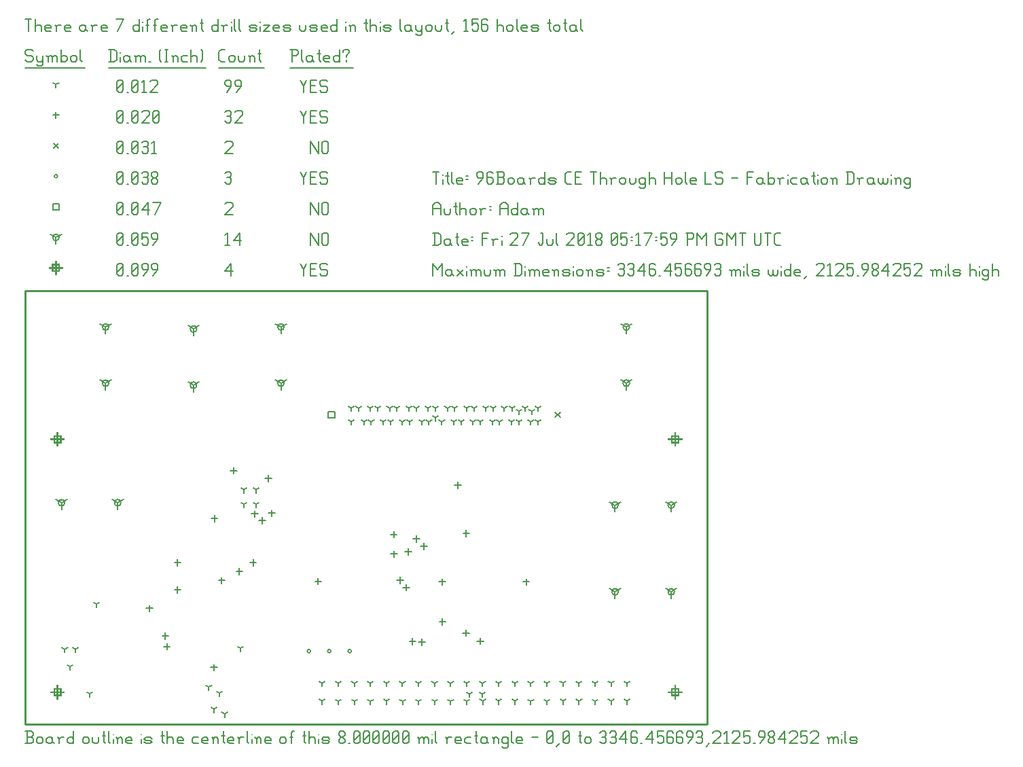
<source format=gbr>
G04 start of page 12 for group -3984 idx -3984 *
G04 Title: 96Boards CE Through Hole LS, fab *
G04 Creator: pcb 20140316 *
G04 CreationDate: Fri 27 Jul 2018 05:17:59 PM GMT UTC *
G04 For: adam *
G04 Format: Gerber/RS-274X *
G04 PCB-Dimensions (mm): 85.00 54.00 *
G04 PCB-Coordinate-Origin: lower left *
%MOMM*%
%FSLAX43Y43*%
%LNFAB*%
%ADD125C,0.254*%
%ADD124C,0.191*%
%ADD123C,0.152*%
%ADD122R,0.203X0.203*%
G54D122*X4000Y36313D02*Y34687D01*
X3187Y35500D02*X4813D01*
X3594Y35906D02*X4406D01*
X3594D02*Y35094D01*
X4406D01*
Y35906D02*Y35094D01*
X4000Y4813D02*Y3187D01*
X3187Y4000D02*X4813D01*
X3594Y4406D02*X4406D01*
X3594D02*Y3594D01*
X4406D01*
Y4406D02*Y3594D01*
X81000Y4813D02*Y3187D01*
X80187Y4000D02*X81813D01*
X80594Y4406D02*X81406D01*
X80594D02*Y3594D01*
X81406D01*
Y4406D02*Y3594D01*
X81000Y36313D02*Y34687D01*
X80187Y35500D02*X81813D01*
X80594Y35906D02*X81406D01*
X80594D02*Y35094D01*
X81406D01*
Y35906D02*Y35094D01*
X3810Y57670D02*Y56045D01*
X2997Y56858D02*X4623D01*
X3404Y57264D02*X4216D01*
X3404D02*Y56451D01*
X4216D01*
Y57264D02*Y56451D01*
G54D123*X34290Y57429D02*X34671Y56667D01*
X35052Y57429D01*
X34671Y56667D02*Y55905D01*
X35509Y56743D02*X36081D01*
X35509Y55905D02*X36271D01*
X35509Y57429D02*Y55905D01*
Y57429D02*X36271D01*
X37490D02*X37681Y57238D01*
X36919Y57429D02*X37490D01*
X36728Y57238D02*X36919Y57429D01*
X36728Y57238D02*Y56858D01*
X36919Y56667D01*
X37490D01*
X37681Y56476D01*
Y56096D01*
X37490Y55905D02*X37681Y56096D01*
X36919Y55905D02*X37490D01*
X36728Y56096D02*X36919Y55905D01*
X24892Y56476D02*X25654Y57429D01*
X24892Y56476D02*X25844D01*
X25654Y57429D02*Y55905D01*
X11430Y56096D02*X11620Y55905D01*
X11430Y57238D02*Y56096D01*
Y57238D02*X11620Y57429D01*
X12002D01*
X12192Y57238D01*
Y56096D01*
X12002Y55905D02*X12192Y56096D01*
X11620Y55905D02*X12002D01*
X11430Y56286D02*X12192Y57048D01*
X12649Y55905D02*X12840D01*
X13297Y56096D02*X13487Y55905D01*
X13297Y57238D02*Y56096D01*
Y57238D02*X13487Y57429D01*
X13868D01*
X14059Y57238D01*
Y56096D01*
X13868Y55905D02*X14059Y56096D01*
X13487Y55905D02*X13868D01*
X13297Y56286D02*X14059Y57048D01*
X14707Y55905D02*X15278Y56667D01*
Y57238D02*Y56667D01*
X15088Y57429D02*X15278Y57238D01*
X14707Y57429D02*X15088D01*
X14516Y57238D02*X14707Y57429D01*
X14516Y57238D02*Y56858D01*
X14707Y56667D01*
X15278D01*
X15926Y55905D02*X16497Y56667D01*
Y57238D02*Y56667D01*
X16307Y57429D02*X16497Y57238D01*
X15926Y57429D02*X16307D01*
X15735Y57238D02*X15926Y57429D01*
X15735Y57238D02*Y56858D01*
X15926Y56667D01*
X16497D01*
X20950Y42250D02*Y41437D01*
Y42250D02*X21654Y42656D01*
X20950Y42250D02*X20246Y42656D01*
X20544Y42250D02*G75*G03X21356Y42250I406J0D01*G01*
G75*G03X20544Y42250I-406J0D01*G01*
X20950Y49250D02*Y48437D01*
Y49250D02*X21654Y49656D01*
X20950Y49250D02*X20246Y49656D01*
X20544Y49250D02*G75*G03X21356Y49250I406J0D01*G01*
G75*G03X20544Y49250I-406J0D01*G01*
X73500Y16500D02*Y15687D01*
Y16500D02*X74204Y16906D01*
X73500Y16500D02*X72796Y16906D01*
X73094Y16500D02*G75*G03X73906Y16500I406J0D01*G01*
G75*G03X73094Y16500I-406J0D01*G01*
X80500D02*Y15687D01*
Y16500D02*X81204Y16906D01*
X80500Y16500D02*X79796Y16906D01*
X80094Y16500D02*G75*G03X80906Y16500I406J0D01*G01*
G75*G03X80094Y16500I-406J0D01*G01*
X73500Y27300D02*Y26487D01*
Y27300D02*X74204Y27706D01*
X73500Y27300D02*X72796Y27706D01*
X73094Y27300D02*G75*G03X73906Y27300I406J0D01*G01*
G75*G03X73094Y27300I-406J0D01*G01*
X80500D02*Y26487D01*
Y27300D02*X81204Y27706D01*
X80500Y27300D02*X79796Y27706D01*
X80094Y27300D02*G75*G03X80906Y27300I406J0D01*G01*
G75*G03X80094Y27300I-406J0D01*G01*
X74900Y42500D02*Y41687D01*
Y42500D02*X75604Y42906D01*
X74900Y42500D02*X74196Y42906D01*
X74494Y42500D02*G75*G03X75306Y42500I406J0D01*G01*
G75*G03X74494Y42500I-406J0D01*G01*
X74900Y49500D02*Y48687D01*
Y49500D02*X75604Y49906D01*
X74900Y49500D02*X74196Y49906D01*
X74494Y49500D02*G75*G03X75306Y49500I406J0D01*G01*
G75*G03X74494Y49500I-406J0D01*G01*
X31850Y42500D02*Y41687D01*
Y42500D02*X32554Y42906D01*
X31850Y42500D02*X31146Y42906D01*
X31444Y42500D02*G75*G03X32256Y42500I406J0D01*G01*
G75*G03X31444Y42500I-406J0D01*G01*
X31850Y49500D02*Y48687D01*
Y49500D02*X32554Y49906D01*
X31850Y49500D02*X31146Y49906D01*
X31444Y49500D02*G75*G03X32256Y49500I406J0D01*G01*
G75*G03X31444Y49500I-406J0D01*G01*
X11500Y27600D02*Y26787D01*
Y27600D02*X12204Y28006D01*
X11500Y27600D02*X10796Y28006D01*
X11094Y27600D02*G75*G03X11906Y27600I406J0D01*G01*
G75*G03X11094Y27600I-406J0D01*G01*
X4500D02*Y26787D01*
Y27600D02*X5204Y28006D01*
X4500Y27600D02*X3796Y28006D01*
X4094Y27600D02*G75*G03X4906Y27600I406J0D01*G01*
G75*G03X4094Y27600I-406J0D01*G01*
X10000Y42500D02*Y41687D01*
Y42500D02*X10704Y42906D01*
X10000Y42500D02*X9296Y42906D01*
X9594Y42500D02*G75*G03X10406Y42500I406J0D01*G01*
G75*G03X9594Y42500I-406J0D01*G01*
X10000Y49500D02*Y48687D01*
Y49500D02*X10704Y49906D01*
X10000Y49500D02*X9296Y49906D01*
X9594Y49500D02*G75*G03X10406Y49500I406J0D01*G01*
G75*G03X9594Y49500I-406J0D01*G01*
X3810Y60668D02*Y59855D01*
Y60668D02*X4514Y61074D01*
X3810Y60668D02*X3106Y61074D01*
X3404Y60668D02*G75*G03X4216Y60668I406J0D01*G01*
G75*G03X3404Y60668I-406J0D01*G01*
X35560Y61239D02*Y59715D01*
Y61239D02*X36512Y59715D01*
Y61239D02*Y59715D01*
X36970Y61048D02*Y59906D01*
Y61048D02*X37160Y61239D01*
X37541D01*
X37732Y61048D01*
Y59906D01*
X37541Y59715D02*X37732Y59906D01*
X37160Y59715D02*X37541D01*
X36970Y59906D02*X37160Y59715D01*
X24892Y60934D02*X25197Y61239D01*
Y59715D01*
X24892D02*X25464D01*
X25921Y60286D02*X26683Y61239D01*
X25921Y60286D02*X26873D01*
X26683Y61239D02*Y59715D01*
X11430Y59906D02*X11620Y59715D01*
X11430Y61048D02*Y59906D01*
Y61048D02*X11620Y61239D01*
X12002D01*
X12192Y61048D01*
Y59906D01*
X12002Y59715D02*X12192Y59906D01*
X11620Y59715D02*X12002D01*
X11430Y60096D02*X12192Y60858D01*
X12649Y59715D02*X12840D01*
X13297Y59906D02*X13487Y59715D01*
X13297Y61048D02*Y59906D01*
Y61048D02*X13487Y61239D01*
X13868D01*
X14059Y61048D01*
Y59906D01*
X13868Y59715D02*X14059Y59906D01*
X13487Y59715D02*X13868D01*
X13297Y60096D02*X14059Y60858D01*
X14516Y61239D02*X15278D01*
X14516D02*Y60477D01*
X14707Y60668D01*
X15088D01*
X15278Y60477D01*
Y59906D01*
X15088Y59715D02*X15278Y59906D01*
X14707Y59715D02*X15088D01*
X14516Y59906D02*X14707Y59715D01*
X15926D02*X16497Y60477D01*
Y61048D02*Y60477D01*
X16307Y61239D02*X16497Y61048D01*
X15926Y61239D02*X16307D01*
X15735Y61048D02*X15926Y61239D01*
X15735Y61048D02*Y60668D01*
X15926Y60477D01*
X16497D01*
X37744Y38956D02*X38556D01*
X37744D02*Y38144D01*
X38556D01*
Y38956D02*Y38144D01*
X37744Y38956D02*X38556D01*
X37744D02*Y38144D01*
X38556D01*
Y38956D02*Y38144D01*
X3404Y64884D02*X4216D01*
X3404D02*Y64071D01*
X4216D01*
Y64884D02*Y64071D01*
X35560Y65049D02*Y63525D01*
Y65049D02*X36512Y63525D01*
Y65049D02*Y63525D01*
X36970Y64859D02*Y63716D01*
Y64859D02*X37160Y65049D01*
X37541D01*
X37732Y64859D01*
Y63716D01*
X37541Y63525D02*X37732Y63716D01*
X37160Y63525D02*X37541D01*
X36970Y63716D02*X37160Y63525D01*
X24892Y64859D02*X25082Y65049D01*
X25654D01*
X25844Y64859D01*
Y64478D01*
X24892Y63525D02*X25844Y64478D01*
X24892Y63525D02*X25844D01*
X11430Y63716D02*X11620Y63525D01*
X11430Y64859D02*Y63716D01*
Y64859D02*X11620Y65049D01*
X12002D01*
X12192Y64859D01*
Y63716D01*
X12002Y63525D02*X12192Y63716D01*
X11620Y63525D02*X12002D01*
X11430Y63906D02*X12192Y64668D01*
X12649Y63525D02*X12840D01*
X13297Y63716D02*X13487Y63525D01*
X13297Y64859D02*Y63716D01*
Y64859D02*X13487Y65049D01*
X13868D01*
X14059Y64859D01*
Y63716D01*
X13868Y63525D02*X14059Y63716D01*
X13487Y63525D02*X13868D01*
X13297Y63906D02*X14059Y64668D01*
X14516Y64097D02*X15278Y65049D01*
X14516Y64097D02*X15469D01*
X15278Y65049D02*Y63525D01*
X16116D02*X16878Y65049D01*
X15926D02*X16878D01*
X40197Y9100D02*G75*G03X40603Y9100I203J0D01*G01*
G75*G03X40197Y9100I-203J0D01*G01*
X37657D02*G75*G03X38063Y9100I203J0D01*G01*
G75*G03X37657Y9100I-203J0D01*G01*
X35117D02*G75*G03X35523Y9100I203J0D01*G01*
G75*G03X35117Y9100I-203J0D01*G01*
X3607Y68288D02*G75*G03X4013Y68288I203J0D01*G01*
G75*G03X3607Y68288I-203J0D01*G01*
X34290Y68859D02*X34671Y68097D01*
X35052Y68859D01*
X34671Y68097D02*Y67335D01*
X35509Y68173D02*X36081D01*
X35509Y67335D02*X36271D01*
X35509Y68859D02*Y67335D01*
Y68859D02*X36271D01*
X37490D02*X37681Y68668D01*
X36919Y68859D02*X37490D01*
X36728Y68668D02*X36919Y68859D01*
X36728Y68668D02*Y68288D01*
X36919Y68097D01*
X37490D01*
X37681Y67906D01*
Y67526D01*
X37490Y67335D02*X37681Y67526D01*
X36919Y67335D02*X37490D01*
X36728Y67526D02*X36919Y67335D01*
X24892Y68668D02*X25082Y68859D01*
X25464D01*
X25654Y68668D01*
X25464Y67335D02*X25654Y67526D01*
X25082Y67335D02*X25464D01*
X24892Y67526D02*X25082Y67335D01*
Y68173D02*X25464D01*
X25654Y68668D02*Y68364D01*
Y67983D02*Y67526D01*
Y67983D02*X25464Y68173D01*
X25654Y68364D02*X25464Y68173D01*
X11430Y67526D02*X11620Y67335D01*
X11430Y68668D02*Y67526D01*
Y68668D02*X11620Y68859D01*
X12002D01*
X12192Y68668D01*
Y67526D01*
X12002Y67335D02*X12192Y67526D01*
X11620Y67335D02*X12002D01*
X11430Y67716D02*X12192Y68478D01*
X12649Y67335D02*X12840D01*
X13297Y67526D02*X13487Y67335D01*
X13297Y68668D02*Y67526D01*
Y68668D02*X13487Y68859D01*
X13868D01*
X14059Y68668D01*
Y67526D01*
X13868Y67335D02*X14059Y67526D01*
X13487Y67335D02*X13868D01*
X13297Y67716D02*X14059Y68478D01*
X14516Y68668D02*X14707Y68859D01*
X15088D01*
X15278Y68668D01*
X15088Y67335D02*X15278Y67526D01*
X14707Y67335D02*X15088D01*
X14516Y67526D02*X14707Y67335D01*
Y68173D02*X15088D01*
X15278Y68668D02*Y68364D01*
Y67983D02*Y67526D01*
Y67983D02*X15088Y68173D01*
X15278Y68364D02*X15088Y68173D01*
X15735Y67526D02*X15926Y67335D01*
X15735Y67830D02*Y67526D01*
Y67830D02*X16002Y68097D01*
X16231D01*
X16497Y67830D01*
Y67526D01*
X16307Y67335D02*X16497Y67526D01*
X15926Y67335D02*X16307D01*
X15735Y68364D02*X16002Y68097D01*
X15735Y68668D02*Y68364D01*
Y68668D02*X15926Y68859D01*
X16307D01*
X16497Y68668D01*
Y68364D01*
X16231Y68097D02*X16497Y68364D01*
X66045Y38855D02*X66655Y38245D01*
X66045D02*X66655Y38855D01*
X66045D02*X66655Y38245D01*
X66045D02*X66655Y38855D01*
X3505Y72402D02*X4115Y71793D01*
X3505D02*X4115Y72402D01*
X35560Y72669D02*Y71145D01*
Y72669D02*X36512Y71145D01*
Y72669D02*Y71145D01*
X36970Y72478D02*Y71336D01*
Y72478D02*X37160Y72669D01*
X37541D01*
X37732Y72478D01*
Y71336D01*
X37541Y71145D02*X37732Y71336D01*
X37160Y71145D02*X37541D01*
X36970Y71336D02*X37160Y71145D01*
X24892Y72478D02*X25082Y72669D01*
X25654D01*
X25844Y72478D01*
Y72098D01*
X24892Y71145D02*X25844Y72098D01*
X24892Y71145D02*X25844D01*
X11430Y71336D02*X11620Y71145D01*
X11430Y72478D02*Y71336D01*
Y72478D02*X11620Y72669D01*
X12002D01*
X12192Y72478D01*
Y71336D01*
X12002Y71145D02*X12192Y71336D01*
X11620Y71145D02*X12002D01*
X11430Y71526D02*X12192Y72288D01*
X12649Y71145D02*X12840D01*
X13297Y71336D02*X13487Y71145D01*
X13297Y72478D02*Y71336D01*
Y72478D02*X13487Y72669D01*
X13868D01*
X14059Y72478D01*
Y71336D01*
X13868Y71145D02*X14059Y71336D01*
X13487Y71145D02*X13868D01*
X13297Y71526D02*X14059Y72288D01*
X14516Y72478D02*X14707Y72669D01*
X15088D01*
X15278Y72478D01*
X15088Y71145D02*X15278Y71336D01*
X14707Y71145D02*X15088D01*
X14516Y71336D02*X14707Y71145D01*
Y71983D02*X15088D01*
X15278Y72478D02*Y72174D01*
Y71793D02*Y71336D01*
Y71793D02*X15088Y71983D01*
X15278Y72174D02*X15088Y71983D01*
X15735Y72364D02*X16040Y72669D01*
Y71145D01*
X15735D02*X16307D01*
X46700Y18356D02*Y17544D01*
X46294Y17950D02*X47106D01*
X47450Y17456D02*Y16644D01*
X47044Y17050D02*X47856D01*
X23520Y7486D02*Y6674D01*
X23114Y7080D02*X23926D01*
X15460Y14856D02*Y14044D01*
X15054Y14450D02*X15866D01*
X18960Y20536D02*Y19724D01*
X18554Y20130D02*X19366D01*
X18970Y17156D02*Y16344D01*
X18564Y16750D02*X19376D01*
X28390Y20536D02*Y19724D01*
X27984Y20130D02*X28796D01*
X29500Y25796D02*Y24984D01*
X29094Y25390D02*X29906D01*
X30270Y31056D02*Y30244D01*
X29864Y30650D02*X30676D01*
X23560Y26056D02*Y25244D01*
X23154Y25650D02*X23966D01*
X30710Y26706D02*Y25894D01*
X30304Y26300D02*X31116D01*
X26680Y19476D02*Y18664D01*
X26274Y19070D02*X27086D01*
X24470Y18326D02*Y17514D01*
X24064Y17920D02*X24876D01*
X54950Y24176D02*Y23364D01*
X54544Y23770D02*X55356D01*
X53910Y30206D02*Y29394D01*
X53504Y29800D02*X54316D01*
X51940Y18146D02*Y17334D01*
X51534Y17740D02*X52346D01*
X62420Y18146D02*Y17334D01*
X62014Y17740D02*X62826D01*
X48720Y23516D02*Y22704D01*
X48314Y23110D02*X49126D01*
X49690Y22596D02*Y21784D01*
X49284Y22190D02*X50096D01*
X47720Y21906D02*Y21094D01*
X47314Y21500D02*X48126D01*
X45930Y21616D02*Y20804D01*
X45524Y21210D02*X46336D01*
X45910Y24056D02*Y23244D01*
X45504Y23650D02*X46316D01*
X36500Y18216D02*Y17404D01*
X36094Y17810D02*X36906D01*
X28580Y26616D02*Y25804D01*
X28174Y26210D02*X28986D01*
X25970Y32026D02*Y31214D01*
X25564Y31620D02*X26376D01*
X51990Y13166D02*Y12354D01*
X51584Y12760D02*X52396D01*
X48260Y10736D02*Y9924D01*
X47854Y10330D02*X48666D01*
X17450Y11386D02*Y10574D01*
X17044Y10980D02*X17856D01*
X17630Y10096D02*Y9284D01*
X17224Y9690D02*X18036D01*
X56670Y10766D02*Y9954D01*
X56264Y10360D02*X57076D01*
X54900Y11786D02*Y10974D01*
X54494Y11380D02*X55306D01*
X49420Y10636D02*Y9824D01*
X49014Y10230D02*X49826D01*
X3810Y76314D02*Y75501D01*
X3404Y75908D02*X4216D01*
X34290Y76479D02*X34671Y75717D01*
X35052Y76479D01*
X34671Y75717D02*Y74955D01*
X35509Y75793D02*X36081D01*
X35509Y74955D02*X36271D01*
X35509Y76479D02*Y74955D01*
Y76479D02*X36271D01*
X37490D02*X37681Y76288D01*
X36919Y76479D02*X37490D01*
X36728Y76288D02*X36919Y76479D01*
X36728Y76288D02*Y75908D01*
X36919Y75717D01*
X37490D01*
X37681Y75526D01*
Y75146D01*
X37490Y74955D02*X37681Y75146D01*
X36919Y74955D02*X37490D01*
X36728Y75146D02*X36919Y74955D01*
X24892Y76288D02*X25082Y76479D01*
X25464D01*
X25654Y76288D01*
X25464Y74955D02*X25654Y75146D01*
X25082Y74955D02*X25464D01*
X24892Y75146D02*X25082Y74955D01*
Y75793D02*X25464D01*
X25654Y76288D02*Y75984D01*
Y75603D02*Y75146D01*
Y75603D02*X25464Y75793D01*
X25654Y75984D02*X25464Y75793D01*
X26111Y76288D02*X26302Y76479D01*
X26873D01*
X27064Y76288D01*
Y75908D01*
X26111Y74955D02*X27064Y75908D01*
X26111Y74955D02*X27064D01*
X11430Y75146D02*X11620Y74955D01*
X11430Y76288D02*Y75146D01*
Y76288D02*X11620Y76479D01*
X12002D01*
X12192Y76288D01*
Y75146D01*
X12002Y74955D02*X12192Y75146D01*
X11620Y74955D02*X12002D01*
X11430Y75336D02*X12192Y76098D01*
X12649Y74955D02*X12840D01*
X13297Y75146D02*X13487Y74955D01*
X13297Y76288D02*Y75146D01*
Y76288D02*X13487Y76479D01*
X13868D01*
X14059Y76288D01*
Y75146D01*
X13868Y74955D02*X14059Y75146D01*
X13487Y74955D02*X13868D01*
X13297Y75336D02*X14059Y76098D01*
X14516Y76288D02*X14707Y76479D01*
X15278D01*
X15469Y76288D01*
Y75908D01*
X14516Y74955D02*X15469Y75908D01*
X14516Y74955D02*X15469D01*
X15926Y75146D02*X16116Y74955D01*
X15926Y76288D02*Y75146D01*
Y76288D02*X16116Y76479D01*
X16497D01*
X16688Y76288D01*
Y75146D01*
X16497Y74955D02*X16688Y75146D01*
X16116Y74955D02*X16497D01*
X15926Y75336D02*X16688Y76098D01*
X5580Y7170D02*Y6764D01*
Y7170D02*X5932Y7373D01*
X5580Y7170D02*X5228Y7373D01*
X7990Y3810D02*Y3404D01*
Y3810D02*X8342Y4013D01*
X7990Y3810D02*X7638Y4013D01*
X24830Y1280D02*Y874D01*
Y1280D02*X25182Y1483D01*
X24830Y1280D02*X24478Y1483D01*
X23530Y1870D02*Y1464D01*
Y1870D02*X23882Y2073D01*
X23530Y1870D02*X23178Y2073D01*
X40600Y39400D02*Y38994D01*
Y39400D02*X40952Y39603D01*
X40600Y39400D02*X40248Y39603D01*
X41500Y39400D02*Y38994D01*
Y39400D02*X41852Y39603D01*
X41500Y39400D02*X41148Y39603D01*
X43000Y39400D02*Y38994D01*
Y39400D02*X43352Y39603D01*
X43000Y39400D02*X42648Y39603D01*
X43900Y39400D02*Y38994D01*
Y39400D02*X44252Y39603D01*
X43900Y39400D02*X43548Y39603D01*
X45400Y39400D02*Y38994D01*
Y39400D02*X45752Y39603D01*
X45400Y39400D02*X45048Y39603D01*
X46300Y39400D02*Y38994D01*
Y39400D02*X46652Y39603D01*
X46300Y39400D02*X45948Y39603D01*
X47800Y39400D02*Y38994D01*
Y39400D02*X48152Y39603D01*
X47800Y39400D02*X47448Y39603D01*
X48700Y39400D02*Y38994D01*
Y39400D02*X49052Y39603D01*
X48700Y39400D02*X48348Y39603D01*
X50200Y39400D02*Y38994D01*
Y39400D02*X50552Y39603D01*
X50200Y39400D02*X49848Y39603D01*
X51100Y39400D02*Y38994D01*
Y39400D02*X51452Y39603D01*
X51100Y39400D02*X50748Y39603D01*
X52600Y39400D02*Y38994D01*
Y39400D02*X52952Y39603D01*
X52600Y39400D02*X52248Y39603D01*
X53500Y39400D02*Y38994D01*
Y39400D02*X53852Y39603D01*
X53500Y39400D02*X53148Y39603D01*
X55000Y39400D02*Y38994D01*
Y39400D02*X55352Y39603D01*
X55000Y39400D02*X54648Y39603D01*
X55900Y39400D02*Y38994D01*
Y39400D02*X56252Y39603D01*
X55900Y39400D02*X55548Y39603D01*
X57400Y39400D02*Y38994D01*
Y39400D02*X57752Y39603D01*
X57400Y39400D02*X57048Y39603D01*
X58300Y39400D02*Y38994D01*
Y39400D02*X58652Y39603D01*
X58300Y39400D02*X57948Y39603D01*
X59700Y39400D02*Y38994D01*
Y39400D02*X60052Y39603D01*
X59700Y39400D02*X59348Y39603D01*
X60700Y39400D02*Y38994D01*
Y39400D02*X61052Y39603D01*
X60700Y39400D02*X60348Y39603D01*
X61500Y39000D02*Y38594D01*
Y39000D02*X61852Y39203D01*
X61500Y39000D02*X61148Y39203D01*
X62300Y39400D02*Y38994D01*
Y39400D02*X62652Y39603D01*
X62300Y39400D02*X61948Y39603D01*
X63100Y39000D02*Y38594D01*
Y39000D02*X63452Y39203D01*
X63100Y39000D02*X62748Y39203D01*
X63900Y39400D02*Y38994D01*
Y39400D02*X64252Y39603D01*
X63900Y39400D02*X63548Y39603D01*
X40600Y37700D02*Y37294D01*
Y37700D02*X40952Y37903D01*
X40600Y37700D02*X40248Y37903D01*
X42200Y37700D02*Y37294D01*
Y37700D02*X42552Y37903D01*
X42200Y37700D02*X41848Y37903D01*
X43100Y37700D02*Y37294D01*
Y37700D02*X43452Y37903D01*
X43100Y37700D02*X42748Y37903D01*
X44600Y37700D02*Y37294D01*
Y37700D02*X44952Y37903D01*
X44600Y37700D02*X44248Y37903D01*
X45500Y37700D02*Y37294D01*
Y37700D02*X45852Y37903D01*
X45500Y37700D02*X45148Y37903D01*
X47000Y37700D02*Y37294D01*
Y37700D02*X47352Y37903D01*
X47000Y37700D02*X46648Y37903D01*
X47900Y37700D02*Y37294D01*
Y37700D02*X48252Y37903D01*
X47900Y37700D02*X47548Y37903D01*
X49400Y37700D02*Y37294D01*
Y37700D02*X49752Y37903D01*
X49400Y37700D02*X49048Y37903D01*
X50300Y37700D02*Y37294D01*
Y37700D02*X50652Y37903D01*
X50300Y37700D02*X49948Y37903D01*
X51100Y38200D02*Y37794D01*
Y38200D02*X51452Y38403D01*
X51100Y38200D02*X50748Y38403D01*
X51900Y37700D02*Y37294D01*
Y37700D02*X52252Y37903D01*
X51900Y37700D02*X51548Y37903D01*
X53400Y37700D02*Y37294D01*
Y37700D02*X53752Y37903D01*
X53400Y37700D02*X53048Y37903D01*
X54300Y37700D02*Y37294D01*
Y37700D02*X54652Y37903D01*
X54300Y37700D02*X53948Y37903D01*
X55800Y37700D02*Y37294D01*
Y37700D02*X56152Y37903D01*
X55800Y37700D02*X55448Y37903D01*
X56700Y37700D02*Y37294D01*
Y37700D02*X57052Y37903D01*
X56700Y37700D02*X56348Y37903D01*
X58200Y37700D02*Y37294D01*
Y37700D02*X58552Y37903D01*
X58200Y37700D02*X57848Y37903D01*
X59100Y37700D02*Y37294D01*
Y37700D02*X59452Y37903D01*
X59100Y37700D02*X58748Y37903D01*
X60600Y37700D02*Y37294D01*
Y37700D02*X60952Y37903D01*
X60600Y37700D02*X60248Y37903D01*
X61500Y37700D02*Y37294D01*
Y37700D02*X61852Y37903D01*
X61500Y37700D02*X61148Y37903D01*
X63000Y37700D02*Y37294D01*
Y37700D02*X63352Y37903D01*
X63000Y37700D02*X62648Y37903D01*
X63900Y37700D02*Y37294D01*
Y37700D02*X64252Y37903D01*
X63900Y37700D02*X63548Y37903D01*
X6220Y9340D02*Y8934D01*
Y9340D02*X6572Y9543D01*
X6220Y9340D02*X5868Y9543D01*
X8850Y14950D02*Y14544D01*
Y14950D02*X9202Y15153D01*
X8850Y14950D02*X8498Y15153D01*
X26780Y9450D02*Y9044D01*
Y9450D02*X27132Y9653D01*
X26780Y9450D02*X26428Y9653D01*
X27230Y29220D02*Y28814D01*
Y29220D02*X27582Y29423D01*
X27230Y29220D02*X26878Y29423D01*
X28780Y29220D02*Y28814D01*
Y29220D02*X29132Y29423D01*
X28780Y29220D02*X28428Y29423D01*
X28780Y27400D02*Y26994D01*
Y27400D02*X29132Y27603D01*
X28780Y27400D02*X28428Y27603D01*
X27240Y27400D02*Y26994D01*
Y27400D02*X27592Y27603D01*
X27240Y27400D02*X26888Y27603D01*
X24180Y3850D02*Y3444D01*
Y3850D02*X24532Y4053D01*
X24180Y3850D02*X23828Y4053D01*
X36980Y5110D02*Y4704D01*
Y5110D02*X37332Y5313D01*
X36980Y5110D02*X36628Y5313D01*
X39000Y5110D02*Y4704D01*
Y5110D02*X39352Y5313D01*
X39000Y5110D02*X38648Y5313D01*
X41000Y5110D02*Y4704D01*
Y5110D02*X41352Y5313D01*
X41000Y5110D02*X40648Y5313D01*
X42990Y5110D02*Y4704D01*
Y5110D02*X43342Y5313D01*
X42990Y5110D02*X42638Y5313D01*
X44990Y5110D02*Y4704D01*
Y5110D02*X45342Y5313D01*
X44990Y5110D02*X44638Y5313D01*
X46990Y5110D02*Y4704D01*
Y5110D02*X47342Y5313D01*
X46990Y5110D02*X46638Y5313D01*
X49000Y5110D02*Y4704D01*
Y5110D02*X49352Y5313D01*
X49000Y5110D02*X48648Y5313D01*
X50990Y5110D02*Y4704D01*
Y5110D02*X51342Y5313D01*
X50990Y5110D02*X50638Y5313D01*
X53010Y5110D02*Y4704D01*
Y5110D02*X53362Y5313D01*
X53010Y5110D02*X52658Y5313D01*
X55000Y5110D02*Y4704D01*
Y5110D02*X55352Y5313D01*
X55000Y5110D02*X54648Y5313D01*
X56990Y5110D02*Y4704D01*
Y5110D02*X57342Y5313D01*
X56990Y5110D02*X56638Y5313D01*
X58990Y5110D02*Y4704D01*
Y5110D02*X59342Y5313D01*
X58990Y5110D02*X58638Y5313D01*
X60990Y5110D02*Y4704D01*
Y5110D02*X61342Y5313D01*
X60990Y5110D02*X60638Y5313D01*
X63000Y5110D02*Y4704D01*
Y5110D02*X63352Y5313D01*
X63000Y5110D02*X62648Y5313D01*
X64990Y5110D02*Y4704D01*
Y5110D02*X65342Y5313D01*
X64990Y5110D02*X64638Y5313D01*
X66990Y5120D02*Y4714D01*
Y5120D02*X67342Y5323D01*
X66990Y5120D02*X66638Y5323D01*
X69000Y5110D02*Y4704D01*
Y5110D02*X69352Y5313D01*
X69000Y5110D02*X68648Y5313D01*
X71000Y5110D02*Y4704D01*
Y5110D02*X71352Y5313D01*
X71000Y5110D02*X70648Y5313D01*
X73000Y5120D02*Y4714D01*
Y5120D02*X73352Y5323D01*
X73000Y5120D02*X72648Y5323D01*
X75010Y5110D02*Y4704D01*
Y5110D02*X75362Y5313D01*
X75010Y5110D02*X74658Y5313D01*
X75010Y2890D02*Y2484D01*
Y2890D02*X75362Y3093D01*
X75010Y2890D02*X74658Y3093D01*
X73000Y2890D02*Y2484D01*
Y2890D02*X73352Y3093D01*
X73000Y2890D02*X72648Y3093D01*
X70990Y2880D02*Y2474D01*
Y2880D02*X71342Y3083D01*
X70990Y2880D02*X70638Y3083D01*
X69010Y2890D02*Y2484D01*
Y2890D02*X69362Y3093D01*
X69010Y2890D02*X68658Y3093D01*
X67000Y2890D02*Y2484D01*
Y2890D02*X67352Y3093D01*
X67000Y2890D02*X66648Y3093D01*
X64990Y2880D02*Y2474D01*
Y2880D02*X65342Y3083D01*
X64990Y2880D02*X64638Y3083D01*
X63000Y2880D02*Y2474D01*
Y2880D02*X63352Y3083D01*
X63000Y2880D02*X62648Y3083D01*
X61010Y2890D02*Y2484D01*
Y2890D02*X61362Y3093D01*
X61010Y2890D02*X60658Y3093D01*
X59000Y2890D02*Y2484D01*
Y2890D02*X59352Y3093D01*
X59000Y2890D02*X58648Y3093D01*
X57000Y2890D02*Y2484D01*
Y2890D02*X57352Y3093D01*
X57000Y2890D02*X56648Y3093D01*
X54990Y2880D02*Y2474D01*
Y2880D02*X55342Y3083D01*
X54990Y2880D02*X54638Y3083D01*
X53000Y2880D02*Y2474D01*
Y2880D02*X53352Y3083D01*
X53000Y2880D02*X52648Y3083D01*
X51000Y2880D02*Y2474D01*
Y2880D02*X51352Y3083D01*
X51000Y2880D02*X50648Y3083D01*
X49000Y2880D02*Y2474D01*
Y2880D02*X49352Y3083D01*
X49000Y2880D02*X48648Y3083D01*
X47010Y2880D02*Y2474D01*
Y2880D02*X47362Y3083D01*
X47010Y2880D02*X46658Y3083D01*
X45000Y2890D02*Y2484D01*
Y2890D02*X45352Y3093D01*
X45000Y2890D02*X44648Y3093D01*
X43010Y2880D02*Y2474D01*
Y2880D02*X43362Y3083D01*
X43010Y2880D02*X42658Y3083D01*
X41020Y2880D02*Y2474D01*
Y2880D02*X41372Y3083D01*
X41020Y2880D02*X40668Y3083D01*
X38980Y2880D02*Y2474D01*
Y2880D02*X39332Y3083D01*
X38980Y2880D02*X38628Y3083D01*
X36990Y2890D02*Y2484D01*
Y2890D02*X37342Y3093D01*
X36990Y2890D02*X36638Y3093D01*
X55340Y3760D02*Y3354D01*
Y3760D02*X55692Y3963D01*
X55340Y3760D02*X54988Y3963D01*
X56920Y3760D02*Y3354D01*
Y3760D02*X57272Y3963D01*
X56920Y3760D02*X56568Y3963D01*
X4920Y9350D02*Y8944D01*
Y9350D02*X5272Y9553D01*
X4920Y9350D02*X4568Y9553D01*
X22860Y4660D02*Y4254D01*
Y4660D02*X23212Y4863D01*
X22860Y4660D02*X22508Y4863D01*
X3810Y79718D02*Y79311D01*
Y79718D02*X4162Y79921D01*
X3810Y79718D02*X3458Y79921D01*
X34290Y80289D02*X34671Y79527D01*
X35052Y80289D01*
X34671Y79527D02*Y78765D01*
X35509Y79603D02*X36081D01*
X35509Y78765D02*X36271D01*
X35509Y80289D02*Y78765D01*
Y80289D02*X36271D01*
X37490D02*X37681Y80098D01*
X36919Y80289D02*X37490D01*
X36728Y80098D02*X36919Y80289D01*
X36728Y80098D02*Y79718D01*
X36919Y79527D01*
X37490D01*
X37681Y79336D01*
Y78956D01*
X37490Y78765D02*X37681Y78956D01*
X36919Y78765D02*X37490D01*
X36728Y78956D02*X36919Y78765D01*
X25082D02*X25654Y79527D01*
Y80098D02*Y79527D01*
X25464Y80289D02*X25654Y80098D01*
X25082Y80289D02*X25464D01*
X24892Y80098D02*X25082Y80289D01*
X24892Y80098D02*Y79718D01*
X25082Y79527D01*
X25654D01*
X26302Y78765D02*X26873Y79527D01*
Y80098D02*Y79527D01*
X26683Y80289D02*X26873Y80098D01*
X26302Y80289D02*X26683D01*
X26111Y80098D02*X26302Y80289D01*
X26111Y80098D02*Y79718D01*
X26302Y79527D01*
X26873D01*
X11430Y78956D02*X11620Y78765D01*
X11430Y80098D02*Y78956D01*
Y80098D02*X11620Y80289D01*
X12002D01*
X12192Y80098D01*
Y78956D01*
X12002Y78765D02*X12192Y78956D01*
X11620Y78765D02*X12002D01*
X11430Y79146D02*X12192Y79908D01*
X12649Y78765D02*X12840D01*
X13297Y78956D02*X13487Y78765D01*
X13297Y80098D02*Y78956D01*
Y80098D02*X13487Y80289D01*
X13868D01*
X14059Y80098D01*
Y78956D01*
X13868Y78765D02*X14059Y78956D01*
X13487Y78765D02*X13868D01*
X13297Y79146D02*X14059Y79908D01*
X14516Y79984D02*X14821Y80289D01*
Y78765D01*
X14516D02*X15088D01*
X15545Y80098D02*X15735Y80289D01*
X16307D01*
X16497Y80098D01*
Y79718D01*
X15545Y78765D02*X16497Y79718D01*
X15545Y78765D02*X16497D01*
X762Y84099D02*X952Y83908D01*
X190Y84099D02*X762D01*
X0Y83908D02*X190Y84099D01*
X0Y83908D02*Y83528D01*
X190Y83337D01*
X762D01*
X952Y83146D01*
Y82766D01*
X762Y82575D02*X952Y82766D01*
X190Y82575D02*X762D01*
X0Y82766D02*X190Y82575D01*
X1410Y83337D02*Y82766D01*
X1600Y82575D01*
X2172Y83337D02*Y82194D01*
X1981Y82004D02*X2172Y82194D01*
X1600Y82004D02*X1981D01*
X1410Y82194D02*X1600Y82004D01*
Y82575D02*X1981D01*
X2172Y82766D01*
X2819Y83146D02*Y82575D01*
Y83146D02*X3010Y83337D01*
X3200D01*
X3391Y83146D01*
Y82575D01*
Y83146D02*X3581Y83337D01*
X3772D01*
X3962Y83146D01*
Y82575D01*
X2629Y83337D02*X2819Y83146D01*
X4420Y84099D02*Y82575D01*
Y82766D02*X4610Y82575D01*
X4991D01*
X5182Y82766D01*
Y83146D02*Y82766D01*
X4991Y83337D02*X5182Y83146D01*
X4610Y83337D02*X4991D01*
X4420Y83146D02*X4610Y83337D01*
X5639Y83146D02*Y82766D01*
Y83146D02*X5829Y83337D01*
X6210D01*
X6401Y83146D01*
Y82766D01*
X6210Y82575D02*X6401Y82766D01*
X5829Y82575D02*X6210D01*
X5639Y82766D02*X5829Y82575D01*
X6858Y84099D02*Y82766D01*
X7049Y82575D01*
X0Y81749D02*X7430D01*
X10604Y84099D02*Y82575D01*
X11100Y84099D02*X11366Y83832D01*
Y82842D01*
X11100Y82575D02*X11366Y82842D01*
X10414Y82575D02*X11100D01*
X10414Y84099D02*X11100D01*
G54D124*X11824Y83718D02*Y83680D01*
G54D123*Y83146D02*Y82575D01*
X12776Y83337D02*X12967Y83146D01*
X12395Y83337D02*X12776D01*
X12205Y83146D02*X12395Y83337D01*
X12205Y83146D02*Y82766D01*
X12395Y82575D01*
X12967Y83337D02*Y82766D01*
X13157Y82575D01*
X12395D02*X12776D01*
X12967Y82766D01*
X13805Y83146D02*Y82575D01*
Y83146D02*X13995Y83337D01*
X14186D01*
X14376Y83146D01*
Y82575D01*
Y83146D02*X14567Y83337D01*
X14757D01*
X14948Y83146D01*
Y82575D01*
X13614Y83337D02*X13805Y83146D01*
X15405Y82575D02*X15596D01*
X16739Y82766D02*X16929Y82575D01*
X16739Y83908D02*X16929Y84099D01*
X16739Y83908D02*Y82766D01*
X17386Y84099D02*X17767D01*
X17577D02*Y82575D01*
X17386D02*X17767D01*
X18415Y83146D02*Y82575D01*
Y83146D02*X18606Y83337D01*
X18796D01*
X18987Y83146D01*
Y82575D01*
X18225Y83337D02*X18415Y83146D01*
X19634Y83337D02*X20206D01*
X19444Y83146D02*X19634Y83337D01*
X19444Y83146D02*Y82766D01*
X19634Y82575D01*
X20206D01*
X20663Y84099D02*Y82575D01*
Y83146D02*X20853Y83337D01*
X21234D01*
X21425Y83146D01*
Y82575D01*
X21882Y84099D02*X22073Y83908D01*
Y82766D01*
X21882Y82575D02*X22073Y82766D01*
X10414Y81749D02*X22530D01*
X24397Y82575D02*X24892D01*
X24130Y82842D02*X24397Y82575D01*
X24130Y83832D02*Y82842D01*
Y83832D02*X24397Y84099D01*
X24892D01*
X25349Y83146D02*Y82766D01*
Y83146D02*X25540Y83337D01*
X25921D01*
X26111Y83146D01*
Y82766D01*
X25921Y82575D02*X26111Y82766D01*
X25540Y82575D02*X25921D01*
X25349Y82766D02*X25540Y82575D01*
X26568Y83337D02*Y82766D01*
X26759Y82575D01*
X27140D01*
X27330Y82766D01*
Y83337D02*Y82766D01*
X27978Y83146D02*Y82575D01*
Y83146D02*X28169Y83337D01*
X28359D01*
X28550Y83146D01*
Y82575D01*
X27788Y83337D02*X27978Y83146D01*
X29197Y84099D02*Y82766D01*
X29388Y82575D01*
X29007Y83528D02*X29388D01*
X24130Y81749D02*X29769D01*
X33210Y84099D02*Y82575D01*
X33020Y84099D02*X33782D01*
X33972Y83908D01*
Y83528D01*
X33782Y83337D02*X33972Y83528D01*
X33210Y83337D02*X33782D01*
X34430Y84099D02*Y82766D01*
X34620Y82575D01*
X35573Y83337D02*X35763Y83146D01*
X35192Y83337D02*X35573D01*
X35001Y83146D02*X35192Y83337D01*
X35001Y83146D02*Y82766D01*
X35192Y82575D01*
X35763Y83337D02*Y82766D01*
X35954Y82575D01*
X35192D02*X35573D01*
X35763Y82766D01*
X36601Y84099D02*Y82766D01*
X36792Y82575D01*
X36411Y83528D02*X36792D01*
X37363Y82575D02*X37935D01*
X37173Y82766D02*X37363Y82575D01*
X37173Y83146D02*Y82766D01*
Y83146D02*X37363Y83337D01*
X37744D01*
X37935Y83146D01*
X37173Y82956D02*X37935D01*
Y83146D02*Y82956D01*
X39154Y84099D02*Y82575D01*
X38964D02*X39154Y82766D01*
X38583Y82575D02*X38964D01*
X38392Y82766D02*X38583Y82575D01*
X38392Y83146D02*Y82766D01*
Y83146D02*X38583Y83337D01*
X38964D01*
X39154Y83146D01*
X39992Y83337D02*Y83146D01*
Y82766D02*Y82575D01*
X39611Y83908D02*Y83718D01*
Y83908D02*X39802Y84099D01*
X40183D01*
X40373Y83908D01*
Y83718D01*
X39992Y83337D02*X40373Y83718D01*
X33020Y81749D02*X40831D01*
X0Y87909D02*X762D01*
X381D02*Y86385D01*
X1219Y87909D02*Y86385D01*
Y86956D02*X1410Y87147D01*
X1791D01*
X1981Y86956D01*
Y86385D01*
X2629D02*X3200D01*
X2438Y86576D02*X2629Y86385D01*
X2438Y86956D02*Y86576D01*
Y86956D02*X2629Y87147D01*
X3010D01*
X3200Y86956D01*
X2438Y86766D02*X3200D01*
Y86956D02*Y86766D01*
X3848Y86956D02*Y86385D01*
Y86956D02*X4039Y87147D01*
X4420D01*
X3658D02*X3848Y86956D01*
X5067Y86385D02*X5639D01*
X4877Y86576D02*X5067Y86385D01*
X4877Y86956D02*Y86576D01*
Y86956D02*X5067Y87147D01*
X5448D01*
X5639Y86956D01*
X4877Y86766D02*X5639D01*
Y86956D02*Y86766D01*
X7353Y87147D02*X7544Y86956D01*
X6972Y87147D02*X7353D01*
X6782Y86956D02*X6972Y87147D01*
X6782Y86956D02*Y86576D01*
X6972Y86385D01*
X7544Y87147D02*Y86576D01*
X7734Y86385D01*
X6972D02*X7353D01*
X7544Y86576D01*
X8382Y86956D02*Y86385D01*
Y86956D02*X8573Y87147D01*
X8954D01*
X8192D02*X8382Y86956D01*
X9601Y86385D02*X10173D01*
X9411Y86576D02*X9601Y86385D01*
X9411Y86956D02*Y86576D01*
Y86956D02*X9601Y87147D01*
X9982D01*
X10173Y86956D01*
X9411Y86766D02*X10173D01*
Y86956D02*Y86766D01*
X11506Y86385D02*X12268Y87909D01*
X11316D02*X12268D01*
X14173D02*Y86385D01*
X13983D02*X14173Y86576D01*
X13602Y86385D02*X13983D01*
X13411Y86576D02*X13602Y86385D01*
X13411Y86956D02*Y86576D01*
Y86956D02*X13602Y87147D01*
X13983D01*
X14173Y86956D01*
G54D124*X14630Y87528D02*Y87490D01*
G54D123*Y86956D02*Y86385D01*
X15202Y87718D02*Y86385D01*
Y87718D02*X15392Y87909D01*
X15583D01*
X15011Y87147D02*X15392D01*
X16154Y87718D02*Y86385D01*
Y87718D02*X16345Y87909D01*
X16535D01*
X15964Y87147D02*X16345D01*
X17107Y86385D02*X17678D01*
X16916Y86576D02*X17107Y86385D01*
X16916Y86956D02*Y86576D01*
Y86956D02*X17107Y87147D01*
X17488D01*
X17678Y86956D01*
X16916Y86766D02*X17678D01*
Y86956D02*Y86766D01*
X18326Y86956D02*Y86385D01*
Y86956D02*X18517Y87147D01*
X18898D01*
X18136D02*X18326Y86956D01*
X19545Y86385D02*X20117D01*
X19355Y86576D02*X19545Y86385D01*
X19355Y86956D02*Y86576D01*
Y86956D02*X19545Y87147D01*
X19926D01*
X20117Y86956D01*
X19355Y86766D02*X20117D01*
Y86956D02*Y86766D01*
X20765Y86956D02*Y86385D01*
Y86956D02*X20955Y87147D01*
X21146D01*
X21336Y86956D01*
Y86385D01*
X20574Y87147D02*X20765Y86956D01*
X21984Y87909D02*Y86576D01*
X22174Y86385D01*
X21793Y87338D02*X22174D01*
X24003Y87909D02*Y86385D01*
X23813D02*X24003Y86576D01*
X23432Y86385D02*X23813D01*
X23241Y86576D02*X23432Y86385D01*
X23241Y86956D02*Y86576D01*
Y86956D02*X23432Y87147D01*
X23813D01*
X24003Y86956D01*
X24651D02*Y86385D01*
Y86956D02*X24841Y87147D01*
X25222D01*
X24460D02*X24651Y86956D01*
G54D124*X25679Y87528D02*Y87490D01*
G54D123*Y86956D02*Y86385D01*
X26060Y87909D02*Y86576D01*
X26251Y86385D01*
X26632Y87909D02*Y86576D01*
X26822Y86385D01*
X28080D02*X28651D01*
X28842Y86576D01*
X28651Y86766D02*X28842Y86576D01*
X28080Y86766D02*X28651D01*
X27889Y86956D02*X28080Y86766D01*
X27889Y86956D02*X28080Y87147D01*
X28651D01*
X28842Y86956D01*
X27889Y86576D02*X28080Y86385D01*
G54D124*X29299Y87528D02*Y87490D01*
G54D123*Y86956D02*Y86385D01*
X29680Y87147D02*X30442D01*
X29680Y86385D02*X30442Y87147D01*
X29680Y86385D02*X30442D01*
X31090D02*X31661D01*
X30899Y86576D02*X31090Y86385D01*
X30899Y86956D02*Y86576D01*
Y86956D02*X31090Y87147D01*
X31471D01*
X31661Y86956D01*
X30899Y86766D02*X31661D01*
Y86956D02*Y86766D01*
X32309Y86385D02*X32880D01*
X33071Y86576D01*
X32880Y86766D02*X33071Y86576D01*
X32309Y86766D02*X32880D01*
X32118Y86956D02*X32309Y86766D01*
X32118Y86956D02*X32309Y87147D01*
X32880D01*
X33071Y86956D01*
X32118Y86576D02*X32309Y86385D01*
X34214Y87147D02*Y86576D01*
X34404Y86385D01*
X34785D01*
X34976Y86576D01*
Y87147D02*Y86576D01*
X35624Y86385D02*X36195D01*
X36386Y86576D01*
X36195Y86766D02*X36386Y86576D01*
X35624Y86766D02*X36195D01*
X35433Y86956D02*X35624Y86766D01*
X35433Y86956D02*X35624Y87147D01*
X36195D01*
X36386Y86956D01*
X35433Y86576D02*X35624Y86385D01*
X37033D02*X37605D01*
X36843Y86576D02*X37033Y86385D01*
X36843Y86956D02*Y86576D01*
Y86956D02*X37033Y87147D01*
X37414D01*
X37605Y86956D01*
X36843Y86766D02*X37605D01*
Y86956D02*Y86766D01*
X38824Y87909D02*Y86385D01*
X38633D02*X38824Y86576D01*
X38252Y86385D02*X38633D01*
X38062Y86576D02*X38252Y86385D01*
X38062Y86956D02*Y86576D01*
Y86956D02*X38252Y87147D01*
X38633D01*
X38824Y86956D01*
G54D124*X39967Y87528D02*Y87490D01*
G54D123*Y86956D02*Y86385D01*
X40538Y86956D02*Y86385D01*
Y86956D02*X40729Y87147D01*
X40919D01*
X41110Y86956D01*
Y86385D01*
X40348Y87147D02*X40538Y86956D01*
X42443Y87909D02*Y86576D01*
X42634Y86385D01*
X42253Y87338D02*X42634D01*
X43015Y87909D02*Y86385D01*
Y86956D02*X43205Y87147D01*
X43586D01*
X43777Y86956D01*
Y86385D01*
G54D124*X44234Y87528D02*Y87490D01*
G54D123*Y86956D02*Y86385D01*
X44806D02*X45377D01*
X45568Y86576D01*
X45377Y86766D02*X45568Y86576D01*
X44806Y86766D02*X45377D01*
X44615Y86956D02*X44806Y86766D01*
X44615Y86956D02*X44806Y87147D01*
X45377D01*
X45568Y86956D01*
X44615Y86576D02*X44806Y86385D01*
X46711Y87909D02*Y86576D01*
X46901Y86385D01*
X47854Y87147D02*X48044Y86956D01*
X47473Y87147D02*X47854D01*
X47282Y86956D02*X47473Y87147D01*
X47282Y86956D02*Y86576D01*
X47473Y86385D01*
X48044Y87147D02*Y86576D01*
X48235Y86385D01*
X47473D02*X47854D01*
X48044Y86576D01*
X48692Y87147D02*Y86576D01*
X48882Y86385D01*
X49454Y87147D02*Y86004D01*
X49263Y85814D02*X49454Y86004D01*
X48882Y85814D02*X49263D01*
X48692Y86004D02*X48882Y85814D01*
Y86385D02*X49263D01*
X49454Y86576D01*
X49911Y86956D02*Y86576D01*
Y86956D02*X50102Y87147D01*
X50483D01*
X50673Y86956D01*
Y86576D01*
X50483Y86385D02*X50673Y86576D01*
X50102Y86385D02*X50483D01*
X49911Y86576D02*X50102Y86385D01*
X51130Y87147D02*Y86576D01*
X51321Y86385D01*
X51702D01*
X51892Y86576D01*
Y87147D02*Y86576D01*
X52540Y87909D02*Y86576D01*
X52730Y86385D01*
X52349Y87338D02*X52730D01*
X53111Y86004D02*X53492Y86385D01*
X54635Y87604D02*X54940Y87909D01*
Y86385D01*
X54635D02*X55207D01*
X55664Y87909D02*X56426D01*
X55664D02*Y87147D01*
X55855Y87338D01*
X56236D01*
X56426Y87147D01*
Y86576D01*
X56236Y86385D02*X56426Y86576D01*
X55855Y86385D02*X56236D01*
X55664Y86576D02*X55855Y86385D01*
X57455Y87909D02*X57645Y87718D01*
X57074Y87909D02*X57455D01*
X56883Y87718D02*X57074Y87909D01*
X56883Y87718D02*Y86576D01*
X57074Y86385D01*
X57455Y87223D02*X57645Y87033D01*
X56883Y87223D02*X57455D01*
X57074Y86385D02*X57455D01*
X57645Y86576D01*
Y87033D02*Y86576D01*
X58788Y87909D02*Y86385D01*
Y86956D02*X58979Y87147D01*
X59360D01*
X59550Y86956D01*
Y86385D01*
X60008Y86956D02*Y86576D01*
Y86956D02*X60198Y87147D01*
X60579D01*
X60770Y86956D01*
Y86576D01*
X60579Y86385D02*X60770Y86576D01*
X60198Y86385D02*X60579D01*
X60008Y86576D02*X60198Y86385D01*
X61227Y87909D02*Y86576D01*
X61417Y86385D01*
X61989D02*X62560D01*
X61798Y86576D02*X61989Y86385D01*
X61798Y86956D02*Y86576D01*
Y86956D02*X61989Y87147D01*
X62370D01*
X62560Y86956D01*
X61798Y86766D02*X62560D01*
Y86956D02*Y86766D01*
X63208Y86385D02*X63779D01*
X63970Y86576D01*
X63779Y86766D02*X63970Y86576D01*
X63208Y86766D02*X63779D01*
X63017Y86956D02*X63208Y86766D01*
X63017Y86956D02*X63208Y87147D01*
X63779D01*
X63970Y86956D01*
X63017Y86576D02*X63208Y86385D01*
X65303Y87909D02*Y86576D01*
X65494Y86385D01*
X65113Y87338D02*X65494D01*
X65875Y86956D02*Y86576D01*
Y86956D02*X66065Y87147D01*
X66446D01*
X66637Y86956D01*
Y86576D01*
X66446Y86385D02*X66637Y86576D01*
X66065Y86385D02*X66446D01*
X65875Y86576D02*X66065Y86385D01*
X67285Y87909D02*Y86576D01*
X67475Y86385D01*
X67094Y87338D02*X67475D01*
X68428Y87147D02*X68618Y86956D01*
X68047Y87147D02*X68428D01*
X67856Y86956D02*X68047Y87147D01*
X67856Y86956D02*Y86576D01*
X68047Y86385D01*
X68618Y87147D02*Y86576D01*
X68809Y86385D01*
X68047D02*X68428D01*
X68618Y86576D01*
X69266Y87909D02*Y86576D01*
X69456Y86385D01*
G54D125*X0Y54000D02*X85000D01*
X0D02*Y0D01*
X85000Y54000D02*Y0D01*
X0D02*X85000D01*
G54D123*X50800Y57429D02*Y55905D01*
Y57429D02*X51372Y56667D01*
X51943Y57429D01*
Y55905D01*
X52972Y56667D02*X53162Y56476D01*
X52591Y56667D02*X52972D01*
X52400Y56476D02*X52591Y56667D01*
X52400Y56476D02*Y56096D01*
X52591Y55905D01*
X53162Y56667D02*Y56096D01*
X53353Y55905D01*
X52591D02*X52972D01*
X53162Y56096D01*
X53810Y56667D02*X54572Y55905D01*
X53810D02*X54572Y56667D01*
G54D124*X55029Y57048D02*Y57010D01*
G54D123*Y56476D02*Y55905D01*
X55601Y56476D02*Y55905D01*
Y56476D02*X55791Y56667D01*
X55982D01*
X56172Y56476D01*
Y55905D01*
Y56476D02*X56363Y56667D01*
X56553D01*
X56744Y56476D01*
Y55905D01*
X55410Y56667D02*X55601Y56476D01*
X57201Y56667D02*Y56096D01*
X57391Y55905D01*
X57772D01*
X57963Y56096D01*
Y56667D02*Y56096D01*
X58611Y56476D02*Y55905D01*
Y56476D02*X58801Y56667D01*
X58992D01*
X59182Y56476D01*
Y55905D01*
Y56476D02*X59373Y56667D01*
X59563D01*
X59754Y56476D01*
Y55905D01*
X58420Y56667D02*X58611Y56476D01*
X61087Y57429D02*Y55905D01*
X61582Y57429D02*X61849Y57162D01*
Y56172D01*
X61582Y55905D02*X61849Y56172D01*
X60897Y55905D02*X61582D01*
X60897Y57429D02*X61582D01*
G54D124*X62306Y57048D02*Y57010D01*
G54D123*Y56476D02*Y55905D01*
X62878Y56476D02*Y55905D01*
Y56476D02*X63068Y56667D01*
X63259D01*
X63449Y56476D01*
Y55905D01*
Y56476D02*X63640Y56667D01*
X63830D01*
X64021Y56476D01*
Y55905D01*
X62687Y56667D02*X62878Y56476D01*
X64668Y55905D02*X65240D01*
X64478Y56096D02*X64668Y55905D01*
X64478Y56476D02*Y56096D01*
Y56476D02*X64668Y56667D01*
X65049D01*
X65240Y56476D01*
X64478Y56286D02*X65240D01*
Y56476D02*Y56286D01*
X65888Y56476D02*Y55905D01*
Y56476D02*X66078Y56667D01*
X66269D01*
X66459Y56476D01*
Y55905D01*
X65697Y56667D02*X65888Y56476D01*
X67107Y55905D02*X67678D01*
X67869Y56096D01*
X67678Y56286D02*X67869Y56096D01*
X67107Y56286D02*X67678D01*
X66916Y56476D02*X67107Y56286D01*
X66916Y56476D02*X67107Y56667D01*
X67678D01*
X67869Y56476D01*
X66916Y56096D02*X67107Y55905D01*
G54D124*X68326Y57048D02*Y57010D01*
G54D123*Y56476D02*Y55905D01*
X68707Y56476D02*Y56096D01*
Y56476D02*X68898Y56667D01*
X69279D01*
X69469Y56476D01*
Y56096D01*
X69279Y55905D02*X69469Y56096D01*
X68898Y55905D02*X69279D01*
X68707Y56096D02*X68898Y55905D01*
X70117Y56476D02*Y55905D01*
Y56476D02*X70307Y56667D01*
X70498D01*
X70688Y56476D01*
Y55905D01*
X69926Y56667D02*X70117Y56476D01*
X71336Y55905D02*X71907D01*
X72098Y56096D01*
X71907Y56286D02*X72098Y56096D01*
X71336Y56286D02*X71907D01*
X71145Y56476D02*X71336Y56286D01*
X71145Y56476D02*X71336Y56667D01*
X71907D01*
X72098Y56476D01*
X71145Y56096D02*X71336Y55905D01*
X72555Y56858D02*X72746D01*
X72555Y56476D02*X72746D01*
X73889Y57238D02*X74079Y57429D01*
X74460D01*
X74651Y57238D01*
X74460Y55905D02*X74651Y56096D01*
X74079Y55905D02*X74460D01*
X73889Y56096D02*X74079Y55905D01*
Y56743D02*X74460D01*
X74651Y57238D02*Y56934D01*
Y56553D02*Y56096D01*
Y56553D02*X74460Y56743D01*
X74651Y56934D02*X74460Y56743D01*
X75108Y57238D02*X75298Y57429D01*
X75679D01*
X75870Y57238D01*
X75679Y55905D02*X75870Y56096D01*
X75298Y55905D02*X75679D01*
X75108Y56096D02*X75298Y55905D01*
Y56743D02*X75679D01*
X75870Y57238D02*Y56934D01*
Y56553D02*Y56096D01*
Y56553D02*X75679Y56743D01*
X75870Y56934D02*X75679Y56743D01*
X76327Y56476D02*X77089Y57429D01*
X76327Y56476D02*X77280D01*
X77089Y57429D02*Y55905D01*
X78308Y57429D02*X78499Y57238D01*
X77927Y57429D02*X78308D01*
X77737Y57238D02*X77927Y57429D01*
X77737Y57238D02*Y56096D01*
X77927Y55905D01*
X78308Y56743D02*X78499Y56553D01*
X77737Y56743D02*X78308D01*
X77927Y55905D02*X78308D01*
X78499Y56096D01*
Y56553D02*Y56096D01*
X78956Y55905D02*X79146D01*
X79604Y56476D02*X80366Y57429D01*
X79604Y56476D02*X80556D01*
X80366Y57429D02*Y55905D01*
X81013Y57429D02*X81775D01*
X81013D02*Y56667D01*
X81204Y56858D01*
X81585D01*
X81775Y56667D01*
Y56096D01*
X81585Y55905D02*X81775Y56096D01*
X81204Y55905D02*X81585D01*
X81013Y56096D02*X81204Y55905D01*
X82804Y57429D02*X82995Y57238D01*
X82423Y57429D02*X82804D01*
X82233Y57238D02*X82423Y57429D01*
X82233Y57238D02*Y56096D01*
X82423Y55905D01*
X82804Y56743D02*X82995Y56553D01*
X82233Y56743D02*X82804D01*
X82423Y55905D02*X82804D01*
X82995Y56096D01*
Y56553D02*Y56096D01*
X84023Y57429D02*X84214Y57238D01*
X83642Y57429D02*X84023D01*
X83452Y57238D02*X83642Y57429D01*
X83452Y57238D02*Y56096D01*
X83642Y55905D01*
X84023Y56743D02*X84214Y56553D01*
X83452Y56743D02*X84023D01*
X83642Y55905D02*X84023D01*
X84214Y56096D01*
Y56553D02*Y56096D01*
X84861Y55905D02*X85433Y56667D01*
Y57238D02*Y56667D01*
X85242Y57429D02*X85433Y57238D01*
X84861Y57429D02*X85242D01*
X84671Y57238D02*X84861Y57429D01*
X84671Y57238D02*Y56858D01*
X84861Y56667D01*
X85433D01*
X85890Y57238D02*X86081Y57429D01*
X86462D01*
X86652Y57238D01*
X86462Y55905D02*X86652Y56096D01*
X86081Y55905D02*X86462D01*
X85890Y56096D02*X86081Y55905D01*
Y56743D02*X86462D01*
X86652Y57238D02*Y56934D01*
Y56553D02*Y56096D01*
Y56553D02*X86462Y56743D01*
X86652Y56934D02*X86462Y56743D01*
X87986Y56476D02*Y55905D01*
Y56476D02*X88176Y56667D01*
X88367D01*
X88557Y56476D01*
Y55905D01*
Y56476D02*X88748Y56667D01*
X88938D01*
X89129Y56476D01*
Y55905D01*
X87795Y56667D02*X87986Y56476D01*
G54D124*X89586Y57048D02*Y57010D01*
G54D123*Y56476D02*Y55905D01*
X89967Y57429D02*Y56096D01*
X90157Y55905D01*
X90729D02*X91300D01*
X91491Y56096D01*
X91300Y56286D02*X91491Y56096D01*
X90729Y56286D02*X91300D01*
X90538Y56476D02*X90729Y56286D01*
X90538Y56476D02*X90729Y56667D01*
X91300D01*
X91491Y56476D01*
X90538Y56096D02*X90729Y55905D01*
X92634Y56667D02*Y56096D01*
X92824Y55905D01*
X93015D01*
X93205Y56096D01*
Y56667D02*Y56096D01*
X93396Y55905D01*
X93586D01*
X93777Y56096D01*
Y56667D02*Y56096D01*
G54D124*X94234Y57048D02*Y57010D01*
G54D123*Y56476D02*Y55905D01*
X95377Y57429D02*Y55905D01*
X95187D02*X95377Y56096D01*
X94806Y55905D02*X95187D01*
X94615Y56096D02*X94806Y55905D01*
X94615Y56476D02*Y56096D01*
Y56476D02*X94806Y56667D01*
X95187D01*
X95377Y56476D01*
X96025Y55905D02*X96596D01*
X95834Y56096D02*X96025Y55905D01*
X95834Y56476D02*Y56096D01*
Y56476D02*X96025Y56667D01*
X96406D01*
X96596Y56476D01*
X95834Y56286D02*X96596D01*
Y56476D02*Y56286D01*
X97053Y55524D02*X97434Y55905D01*
X98577Y57238D02*X98768Y57429D01*
X99339D01*
X99530Y57238D01*
Y56858D01*
X98577Y55905D02*X99530Y56858D01*
X98577Y55905D02*X99530D01*
X99987Y57124D02*X100292Y57429D01*
Y55905D01*
X99987D02*X100559D01*
X101016Y57238D02*X101206Y57429D01*
X101778D01*
X101968Y57238D01*
Y56858D01*
X101016Y55905D02*X101968Y56858D01*
X101016Y55905D02*X101968D01*
X102426Y57429D02*X103188D01*
X102426D02*Y56667D01*
X102616Y56858D01*
X102997D01*
X103188Y56667D01*
Y56096D01*
X102997Y55905D02*X103188Y56096D01*
X102616Y55905D02*X102997D01*
X102426Y56096D02*X102616Y55905D01*
X103645D02*X103835D01*
X104483D02*X105054Y56667D01*
Y57238D02*Y56667D01*
X104864Y57429D02*X105054Y57238D01*
X104483Y57429D02*X104864D01*
X104292Y57238D02*X104483Y57429D01*
X104292Y57238D02*Y56858D01*
X104483Y56667D01*
X105054D01*
X105512Y56096D02*X105702Y55905D01*
X105512Y56400D02*Y56096D01*
Y56400D02*X105778Y56667D01*
X106007D01*
X106274Y56400D01*
Y56096D01*
X106083Y55905D02*X106274Y56096D01*
X105702Y55905D02*X106083D01*
X105512Y56934D02*X105778Y56667D01*
X105512Y57238D02*Y56934D01*
Y57238D02*X105702Y57429D01*
X106083D01*
X106274Y57238D01*
Y56934D01*
X106007Y56667D02*X106274Y56934D01*
X106731Y56476D02*X107493Y57429D01*
X106731Y56476D02*X107683D01*
X107493Y57429D02*Y55905D01*
X108141Y57238D02*X108331Y57429D01*
X108903D01*
X109093Y57238D01*
Y56858D01*
X108141Y55905D02*X109093Y56858D01*
X108141Y55905D02*X109093D01*
X109550Y57429D02*X110312D01*
X109550D02*Y56667D01*
X109741Y56858D01*
X110122D01*
X110312Y56667D01*
Y56096D01*
X110122Y55905D02*X110312Y56096D01*
X109741Y55905D02*X110122D01*
X109550Y56096D02*X109741Y55905D01*
X110769Y57238D02*X110960Y57429D01*
X111531D01*
X111722Y57238D01*
Y56858D01*
X110769Y55905D02*X111722Y56858D01*
X110769Y55905D02*X111722D01*
X113055Y56476D02*Y55905D01*
Y56476D02*X113246Y56667D01*
X113436D01*
X113627Y56476D01*
Y55905D01*
Y56476D02*X113817Y56667D01*
X114008D01*
X114198Y56476D01*
Y55905D01*
X112865Y56667D02*X113055Y56476D01*
G54D124*X114656Y57048D02*Y57010D01*
G54D123*Y56476D02*Y55905D01*
X115037Y57429D02*Y56096D01*
X115227Y55905D01*
X115799D02*X116370D01*
X116561Y56096D01*
X116370Y56286D02*X116561Y56096D01*
X115799Y56286D02*X116370D01*
X115608Y56476D02*X115799Y56286D01*
X115608Y56476D02*X115799Y56667D01*
X116370D01*
X116561Y56476D01*
X115608Y56096D02*X115799Y55905D01*
X117704Y57429D02*Y55905D01*
Y56476D02*X117894Y56667D01*
X118275D01*
X118466Y56476D01*
Y55905D01*
G54D124*X118923Y57048D02*Y57010D01*
G54D123*Y56476D02*Y55905D01*
X119875Y56667D02*X120066Y56476D01*
X119494Y56667D02*X119875D01*
X119304Y56476D02*X119494Y56667D01*
X119304Y56476D02*Y56096D01*
X119494Y55905D01*
X119875D01*
X120066Y56096D01*
X119304Y55524D02*X119494Y55334D01*
X119875D01*
X120066Y55524D01*
Y56667D02*Y55524D01*
X120523Y57429D02*Y55905D01*
Y56476D02*X120714Y56667D01*
X121095D01*
X121285Y56476D01*
Y55905D01*
X0Y-2413D02*X762D01*
X952Y-2222D01*
Y-1765D02*Y-2222D01*
X762Y-1575D02*X952Y-1765D01*
X190Y-1575D02*X762D01*
X190Y-889D02*Y-2413D01*
X0Y-889D02*X762D01*
X952Y-1080D01*
Y-1384D01*
X762Y-1575D02*X952Y-1384D01*
X1410Y-1842D02*Y-2222D01*
Y-1842D02*X1600Y-1651D01*
X1981D01*
X2172Y-1842D01*
Y-2222D01*
X1981Y-2413D02*X2172Y-2222D01*
X1600Y-2413D02*X1981D01*
X1410Y-2222D02*X1600Y-2413D01*
X3200Y-1651D02*X3391Y-1842D01*
X2819Y-1651D02*X3200D01*
X2629Y-1842D02*X2819Y-1651D01*
X2629Y-1842D02*Y-2222D01*
X2819Y-2413D01*
X3391Y-1651D02*Y-2222D01*
X3581Y-2413D01*
X2819D02*X3200D01*
X3391Y-2222D01*
X4229Y-1842D02*Y-2413D01*
Y-1842D02*X4420Y-1651D01*
X4801D01*
X4039D02*X4229Y-1842D01*
X6020Y-889D02*Y-2413D01*
X5829D02*X6020Y-2222D01*
X5448Y-2413D02*X5829D01*
X5258Y-2222D02*X5448Y-2413D01*
X5258Y-1842D02*Y-2222D01*
Y-1842D02*X5448Y-1651D01*
X5829D01*
X6020Y-1842D01*
X7163D02*Y-2222D01*
Y-1842D02*X7353Y-1651D01*
X7734D01*
X7925Y-1842D01*
Y-2222D01*
X7734Y-2413D02*X7925Y-2222D01*
X7353Y-2413D02*X7734D01*
X7163Y-2222D02*X7353Y-2413D01*
X8382Y-1651D02*Y-2222D01*
X8573Y-2413D01*
X8954D01*
X9144Y-2222D01*
Y-1651D02*Y-2222D01*
X9792Y-889D02*Y-2222D01*
X9982Y-2413D01*
X9601Y-1460D02*X9982D01*
X10363Y-889D02*Y-2222D01*
X10554Y-2413D01*
G54D124*X10935Y-1270D02*Y-1308D01*
G54D123*Y-1842D02*Y-2413D01*
X11506Y-1842D02*Y-2413D01*
Y-1842D02*X11697Y-1651D01*
X11887D01*
X12078Y-1842D01*
Y-2413D01*
X11316Y-1651D02*X11506Y-1842D01*
X12725Y-2413D02*X13297D01*
X12535Y-2222D02*X12725Y-2413D01*
X12535Y-1842D02*Y-2222D01*
Y-1842D02*X12725Y-1651D01*
X13106D01*
X13297Y-1842D01*
X12535Y-2032D02*X13297D01*
Y-1842D02*Y-2032D01*
G54D124*X14440Y-1270D02*Y-1308D01*
G54D123*Y-1842D02*Y-2413D01*
X15011D02*X15583D01*
X15773Y-2222D01*
X15583Y-2032D02*X15773Y-2222D01*
X15011Y-2032D02*X15583D01*
X14821Y-1842D02*X15011Y-2032D01*
X14821Y-1842D02*X15011Y-1651D01*
X15583D01*
X15773Y-1842D01*
X14821Y-2222D02*X15011Y-2413D01*
X17107Y-889D02*Y-2222D01*
X17297Y-2413D01*
X16916Y-1460D02*X17297D01*
X17678Y-889D02*Y-2413D01*
Y-1842D02*X17869Y-1651D01*
X18250D01*
X18440Y-1842D01*
Y-2413D01*
X19088D02*X19660D01*
X18898Y-2222D02*X19088Y-2413D01*
X18898Y-1842D02*Y-2222D01*
Y-1842D02*X19088Y-1651D01*
X19469D01*
X19660Y-1842D01*
X18898Y-2032D02*X19660D01*
Y-1842D02*Y-2032D01*
X20993Y-1651D02*X21565D01*
X20803Y-1842D02*X20993Y-1651D01*
X20803Y-1842D02*Y-2222D01*
X20993Y-2413D01*
X21565D01*
X22212D02*X22784D01*
X22022Y-2222D02*X22212Y-2413D01*
X22022Y-1842D02*Y-2222D01*
Y-1842D02*X22212Y-1651D01*
X22593D01*
X22784Y-1842D01*
X22022Y-2032D02*X22784D01*
Y-1842D02*Y-2032D01*
X23432Y-1842D02*Y-2413D01*
Y-1842D02*X23622Y-1651D01*
X23813D01*
X24003Y-1842D01*
Y-2413D01*
X23241Y-1651D02*X23432Y-1842D01*
X24651Y-889D02*Y-2222D01*
X24841Y-2413D01*
X24460Y-1460D02*X24841D01*
X25413Y-2413D02*X25984D01*
X25222Y-2222D02*X25413Y-2413D01*
X25222Y-1842D02*Y-2222D01*
Y-1842D02*X25413Y-1651D01*
X25794D01*
X25984Y-1842D01*
X25222Y-2032D02*X25984D01*
Y-1842D02*Y-2032D01*
X26632Y-1842D02*Y-2413D01*
Y-1842D02*X26822Y-1651D01*
X27203D01*
X26441D02*X26632Y-1842D01*
X27661Y-889D02*Y-2222D01*
X27851Y-2413D01*
G54D124*X28232Y-1270D02*Y-1308D01*
G54D123*Y-1842D02*Y-2413D01*
X28804Y-1842D02*Y-2413D01*
Y-1842D02*X28994Y-1651D01*
X29185D01*
X29375Y-1842D01*
Y-2413D01*
X28613Y-1651D02*X28804Y-1842D01*
X30023Y-2413D02*X30594D01*
X29832Y-2222D02*X30023Y-2413D01*
X29832Y-1842D02*Y-2222D01*
Y-1842D02*X30023Y-1651D01*
X30404D01*
X30594Y-1842D01*
X29832Y-2032D02*X30594D01*
Y-1842D02*Y-2032D01*
X31737Y-1842D02*Y-2222D01*
Y-1842D02*X31928Y-1651D01*
X32309D01*
X32499Y-1842D01*
Y-2222D01*
X32309Y-2413D02*X32499Y-2222D01*
X31928Y-2413D02*X32309D01*
X31737Y-2222D02*X31928Y-2413D01*
X33147Y-1080D02*Y-2413D01*
Y-1080D02*X33338Y-889D01*
X33528D01*
X32957Y-1651D02*X33338D01*
X34785Y-889D02*Y-2222D01*
X34976Y-2413D01*
X34595Y-1460D02*X34976D01*
X35357Y-889D02*Y-2413D01*
Y-1842D02*X35547Y-1651D01*
X35928D01*
X36119Y-1842D01*
Y-2413D01*
G54D124*X36576Y-1270D02*Y-1308D01*
G54D123*Y-1842D02*Y-2413D01*
X37148D02*X37719D01*
X37910Y-2222D01*
X37719Y-2032D02*X37910Y-2222D01*
X37148Y-2032D02*X37719D01*
X36957Y-1842D02*X37148Y-2032D01*
X36957Y-1842D02*X37148Y-1651D01*
X37719D01*
X37910Y-1842D01*
X36957Y-2222D02*X37148Y-2413D01*
X39053Y-2222D02*X39243Y-2413D01*
X39053Y-1918D02*Y-2222D01*
Y-1918D02*X39319Y-1651D01*
X39548D01*
X39815Y-1918D01*
Y-2222D01*
X39624Y-2413D02*X39815Y-2222D01*
X39243Y-2413D02*X39624D01*
X39053Y-1384D02*X39319Y-1651D01*
X39053Y-1080D02*Y-1384D01*
Y-1080D02*X39243Y-889D01*
X39624D01*
X39815Y-1080D01*
Y-1384D01*
X39548Y-1651D02*X39815Y-1384D01*
X40272Y-2413D02*X40462D01*
X40919Y-2222D02*X41110Y-2413D01*
X40919Y-1080D02*Y-2222D01*
Y-1080D02*X41110Y-889D01*
X41491D01*
X41681Y-1080D01*
Y-2222D01*
X41491Y-2413D02*X41681Y-2222D01*
X41110Y-2413D02*X41491D01*
X40919Y-2032D02*X41681Y-1270D01*
X42139Y-2222D02*X42329Y-2413D01*
X42139Y-1080D02*Y-2222D01*
Y-1080D02*X42329Y-889D01*
X42710D01*
X42901Y-1080D01*
Y-2222D01*
X42710Y-2413D02*X42901Y-2222D01*
X42329Y-2413D02*X42710D01*
X42139Y-2032D02*X42901Y-1270D01*
X43358Y-2222D02*X43548Y-2413D01*
X43358Y-1080D02*Y-2222D01*
Y-1080D02*X43548Y-889D01*
X43929D01*
X44120Y-1080D01*
Y-2222D01*
X43929Y-2413D02*X44120Y-2222D01*
X43548Y-2413D02*X43929D01*
X43358Y-2032D02*X44120Y-1270D01*
X44577Y-2222D02*X44768Y-2413D01*
X44577Y-1080D02*Y-2222D01*
Y-1080D02*X44768Y-889D01*
X45149D01*
X45339Y-1080D01*
Y-2222D01*
X45149Y-2413D02*X45339Y-2222D01*
X44768Y-2413D02*X45149D01*
X44577Y-2032D02*X45339Y-1270D01*
X45796Y-2222D02*X45987Y-2413D01*
X45796Y-1080D02*Y-2222D01*
Y-1080D02*X45987Y-889D01*
X46368D01*
X46558Y-1080D01*
Y-2222D01*
X46368Y-2413D02*X46558Y-2222D01*
X45987Y-2413D02*X46368D01*
X45796Y-2032D02*X46558Y-1270D01*
X47015Y-2222D02*X47206Y-2413D01*
X47015Y-1080D02*Y-2222D01*
Y-1080D02*X47206Y-889D01*
X47587D01*
X47777Y-1080D01*
Y-2222D01*
X47587Y-2413D02*X47777Y-2222D01*
X47206Y-2413D02*X47587D01*
X47015Y-2032D02*X47777Y-1270D01*
X49111Y-1842D02*Y-2413D01*
Y-1842D02*X49301Y-1651D01*
X49492D01*
X49682Y-1842D01*
Y-2413D01*
Y-1842D02*X49873Y-1651D01*
X50063D01*
X50254Y-1842D01*
Y-2413D01*
X48920Y-1651D02*X49111Y-1842D01*
G54D124*X50711Y-1270D02*Y-1308D01*
G54D123*Y-1842D02*Y-2413D01*
X51092Y-889D02*Y-2222D01*
X51283Y-2413D01*
X52540Y-1842D02*Y-2413D01*
Y-1842D02*X52730Y-1651D01*
X53111D01*
X52349D02*X52540Y-1842D01*
X53759Y-2413D02*X54331D01*
X53569Y-2222D02*X53759Y-2413D01*
X53569Y-1842D02*Y-2222D01*
Y-1842D02*X53759Y-1651D01*
X54140D01*
X54331Y-1842D01*
X53569Y-2032D02*X54331D01*
Y-1842D02*Y-2032D01*
X54978Y-1651D02*X55550D01*
X54788Y-1842D02*X54978Y-1651D01*
X54788Y-1842D02*Y-2222D01*
X54978Y-2413D01*
X55550D01*
X56198Y-889D02*Y-2222D01*
X56388Y-2413D01*
X56007Y-1460D02*X56388D01*
X57341Y-1651D02*X57531Y-1842D01*
X56960Y-1651D02*X57341D01*
X56769Y-1842D02*X56960Y-1651D01*
X56769Y-1842D02*Y-2222D01*
X56960Y-2413D01*
X57531Y-1651D02*Y-2222D01*
X57722Y-2413D01*
X56960D02*X57341D01*
X57531Y-2222D01*
X58369Y-1842D02*Y-2413D01*
Y-1842D02*X58560Y-1651D01*
X58750D01*
X58941Y-1842D01*
Y-2413D01*
X58179Y-1651D02*X58369Y-1842D01*
X59969Y-1651D02*X60160Y-1842D01*
X59588Y-1651D02*X59969D01*
X59398Y-1842D02*X59588Y-1651D01*
X59398Y-1842D02*Y-2222D01*
X59588Y-2413D01*
X59969D01*
X60160Y-2222D01*
X59398Y-2794D02*X59588Y-2984D01*
X59969D01*
X60160Y-2794D01*
Y-1651D02*Y-2794D01*
X60617Y-889D02*Y-2222D01*
X60808Y-2413D01*
X61379D02*X61951D01*
X61189Y-2222D02*X61379Y-2413D01*
X61189Y-1842D02*Y-2222D01*
Y-1842D02*X61379Y-1651D01*
X61760D01*
X61951Y-1842D01*
X61189Y-2032D02*X61951D01*
Y-1842D02*Y-2032D01*
X63094Y-1651D02*X63856D01*
X64999Y-2222D02*X65189Y-2413D01*
X64999Y-1080D02*Y-2222D01*
Y-1080D02*X65189Y-889D01*
X65570D01*
X65761Y-1080D01*
Y-2222D01*
X65570Y-2413D02*X65761Y-2222D01*
X65189Y-2413D02*X65570D01*
X64999Y-2032D02*X65761Y-1270D01*
X66218Y-2794D02*X66599Y-2413D01*
X67056Y-2222D02*X67247Y-2413D01*
X67056Y-1080D02*Y-2222D01*
Y-1080D02*X67247Y-889D01*
X67628D01*
X67818Y-1080D01*
Y-2222D01*
X67628Y-2413D02*X67818Y-2222D01*
X67247Y-2413D02*X67628D01*
X67056Y-2032D02*X67818Y-1270D01*
X69152Y-889D02*Y-2222D01*
X69342Y-2413D01*
X68961Y-1460D02*X69342D01*
X69723Y-1842D02*Y-2222D01*
Y-1842D02*X69914Y-1651D01*
X70295D01*
X70485Y-1842D01*
Y-2222D01*
X70295Y-2413D02*X70485Y-2222D01*
X69914Y-2413D02*X70295D01*
X69723Y-2222D02*X69914Y-2413D01*
X71628Y-1080D02*X71819Y-889D01*
X72200D01*
X72390Y-1080D01*
X72200Y-2413D02*X72390Y-2222D01*
X71819Y-2413D02*X72200D01*
X71628Y-2222D02*X71819Y-2413D01*
Y-1575D02*X72200D01*
X72390Y-1080D02*Y-1384D01*
Y-1765D02*Y-2222D01*
Y-1765D02*X72200Y-1575D01*
X72390Y-1384D02*X72200Y-1575D01*
X72847Y-1080D02*X73038Y-889D01*
X73419D01*
X73609Y-1080D01*
X73419Y-2413D02*X73609Y-2222D01*
X73038Y-2413D02*X73419D01*
X72847Y-2222D02*X73038Y-2413D01*
Y-1575D02*X73419D01*
X73609Y-1080D02*Y-1384D01*
Y-1765D02*Y-2222D01*
Y-1765D02*X73419Y-1575D01*
X73609Y-1384D02*X73419Y-1575D01*
X74066Y-1842D02*X74828Y-889D01*
X74066Y-1842D02*X75019D01*
X74828Y-889D02*Y-2413D01*
X76048Y-889D02*X76238Y-1080D01*
X75667Y-889D02*X76048D01*
X75476Y-1080D02*X75667Y-889D01*
X75476Y-1080D02*Y-2222D01*
X75667Y-2413D01*
X76048Y-1575D02*X76238Y-1765D01*
X75476Y-1575D02*X76048D01*
X75667Y-2413D02*X76048D01*
X76238Y-2222D01*
Y-1765D02*Y-2222D01*
X76695Y-2413D02*X76886D01*
X77343Y-1842D02*X78105Y-889D01*
X77343Y-1842D02*X78296D01*
X78105Y-889D02*Y-2413D01*
X78753Y-889D02*X79515D01*
X78753D02*Y-1651D01*
X78943Y-1460D01*
X79324D01*
X79515Y-1651D01*
Y-2222D01*
X79324Y-2413D02*X79515Y-2222D01*
X78943Y-2413D02*X79324D01*
X78753Y-2222D02*X78943Y-2413D01*
X80543Y-889D02*X80734Y-1080D01*
X80162Y-889D02*X80543D01*
X79972Y-1080D02*X80162Y-889D01*
X79972Y-1080D02*Y-2222D01*
X80162Y-2413D01*
X80543Y-1575D02*X80734Y-1765D01*
X79972Y-1575D02*X80543D01*
X80162Y-2413D02*X80543D01*
X80734Y-2222D01*
Y-1765D02*Y-2222D01*
X81763Y-889D02*X81953Y-1080D01*
X81382Y-889D02*X81763D01*
X81191Y-1080D02*X81382Y-889D01*
X81191Y-1080D02*Y-2222D01*
X81382Y-2413D01*
X81763Y-1575D02*X81953Y-1765D01*
X81191Y-1575D02*X81763D01*
X81382Y-2413D02*X81763D01*
X81953Y-2222D01*
Y-1765D02*Y-2222D01*
X82601Y-2413D02*X83172Y-1651D01*
Y-1080D02*Y-1651D01*
X82982Y-889D02*X83172Y-1080D01*
X82601Y-889D02*X82982D01*
X82410Y-1080D02*X82601Y-889D01*
X82410Y-1080D02*Y-1460D01*
X82601Y-1651D01*
X83172D01*
X83630Y-1080D02*X83820Y-889D01*
X84201D01*
X84392Y-1080D01*
X84201Y-2413D02*X84392Y-2222D01*
X83820Y-2413D02*X84201D01*
X83630Y-2222D02*X83820Y-2413D01*
Y-1575D02*X84201D01*
X84392Y-1080D02*Y-1384D01*
Y-1765D02*Y-2222D01*
Y-1765D02*X84201Y-1575D01*
X84392Y-1384D02*X84201Y-1575D01*
X84849Y-2794D02*X85230Y-2413D01*
X85687Y-1080D02*X85878Y-889D01*
X86449D01*
X86640Y-1080D01*
Y-1460D01*
X85687Y-2413D02*X86640Y-1460D01*
X85687Y-2413D02*X86640D01*
X87097Y-1194D02*X87402Y-889D01*
Y-2413D01*
X87097D02*X87668D01*
X88125Y-1080D02*X88316Y-889D01*
X88887D01*
X89078Y-1080D01*
Y-1460D01*
X88125Y-2413D02*X89078Y-1460D01*
X88125Y-2413D02*X89078D01*
X89535Y-889D02*X90297D01*
X89535D02*Y-1651D01*
X89726Y-1460D01*
X90107D01*
X90297Y-1651D01*
Y-2222D01*
X90107Y-2413D02*X90297Y-2222D01*
X89726Y-2413D02*X90107D01*
X89535Y-2222D02*X89726Y-2413D01*
X90754D02*X90945D01*
X91593D02*X92164Y-1651D01*
Y-1080D02*Y-1651D01*
X91974Y-889D02*X92164Y-1080D01*
X91593Y-889D02*X91974D01*
X91402Y-1080D02*X91593Y-889D01*
X91402Y-1080D02*Y-1460D01*
X91593Y-1651D01*
X92164D01*
X92621Y-2222D02*X92812Y-2413D01*
X92621Y-1918D02*Y-2222D01*
Y-1918D02*X92888Y-1651D01*
X93117D01*
X93383Y-1918D01*
Y-2222D01*
X93193Y-2413D02*X93383Y-2222D01*
X92812Y-2413D02*X93193D01*
X92621Y-1384D02*X92888Y-1651D01*
X92621Y-1080D02*Y-1384D01*
Y-1080D02*X92812Y-889D01*
X93193D01*
X93383Y-1080D01*
Y-1384D01*
X93117Y-1651D02*X93383Y-1384D01*
X93840Y-1842D02*X94602Y-889D01*
X93840Y-1842D02*X94793D01*
X94602Y-889D02*Y-2413D01*
X95250Y-1080D02*X95441Y-889D01*
X96012D01*
X96203Y-1080D01*
Y-1460D01*
X95250Y-2413D02*X96203Y-1460D01*
X95250Y-2413D02*X96203D01*
X96660Y-889D02*X97422D01*
X96660D02*Y-1651D01*
X96850Y-1460D01*
X97231D01*
X97422Y-1651D01*
Y-2222D01*
X97231Y-2413D02*X97422Y-2222D01*
X96850Y-2413D02*X97231D01*
X96660Y-2222D02*X96850Y-2413D01*
X97879Y-1080D02*X98070Y-889D01*
X98641D01*
X98832Y-1080D01*
Y-1460D01*
X97879Y-2413D02*X98832Y-1460D01*
X97879Y-2413D02*X98832D01*
X100165Y-1842D02*Y-2413D01*
Y-1842D02*X100356Y-1651D01*
X100546D01*
X100737Y-1842D01*
Y-2413D01*
Y-1842D02*X100927Y-1651D01*
X101118D01*
X101308Y-1842D01*
Y-2413D01*
X99975Y-1651D02*X100165Y-1842D01*
G54D124*X101765Y-1270D02*Y-1308D01*
G54D123*Y-1842D02*Y-2413D01*
X102146Y-889D02*Y-2222D01*
X102337Y-2413D01*
X102908D02*X103480D01*
X103670Y-2222D01*
X103480Y-2032D02*X103670Y-2222D01*
X102908Y-2032D02*X103480D01*
X102718Y-1842D02*X102908Y-2032D01*
X102718Y-1842D02*X102908Y-1651D01*
X103480D01*
X103670Y-1842D01*
X102718Y-2222D02*X102908Y-2413D01*
X50990Y61239D02*Y59715D01*
X51486Y61239D02*X51752Y60972D01*
Y59982D01*
X51486Y59715D02*X51752Y59982D01*
X50800Y59715D02*X51486D01*
X50800Y61239D02*X51486D01*
X52781Y60477D02*X52972Y60286D01*
X52400Y60477D02*X52781D01*
X52210Y60286D02*X52400Y60477D01*
X52210Y60286D02*Y59906D01*
X52400Y59715D01*
X52972Y60477D02*Y59906D01*
X53162Y59715D01*
X52400D02*X52781D01*
X52972Y59906D01*
X53810Y61239D02*Y59906D01*
X54000Y59715D01*
X53619Y60668D02*X54000D01*
X54572Y59715D02*X55143D01*
X54381Y59906D02*X54572Y59715D01*
X54381Y60286D02*Y59906D01*
Y60286D02*X54572Y60477D01*
X54953D01*
X55143Y60286D01*
X54381Y60096D02*X55143D01*
Y60286D02*Y60096D01*
X55601Y60668D02*X55791D01*
X55601Y60286D02*X55791D01*
X56934Y61239D02*Y59715D01*
Y61239D02*X57696D01*
X56934Y60553D02*X57506D01*
X58344Y60286D02*Y59715D01*
Y60286D02*X58534Y60477D01*
X58915D01*
X58153D02*X58344Y60286D01*
G54D124*X59373Y60858D02*Y60820D01*
G54D123*Y60286D02*Y59715D01*
X60439Y61048D02*X60630Y61239D01*
X61201D01*
X61392Y61048D01*
Y60668D01*
X60439Y59715D02*X61392Y60668D01*
X60439Y59715D02*X61392D01*
X62040D02*X62802Y61239D01*
X61849D02*X62802D01*
X64211D02*X64516D01*
Y59906D01*
X64326Y59715D02*X64516Y59906D01*
X64135Y59715D02*X64326D01*
X63945Y59906D02*X64135Y59715D01*
X63945Y60096D02*Y59906D01*
X64973Y60477D02*Y59906D01*
X65164Y59715D01*
X65545D01*
X65735Y59906D01*
Y60477D02*Y59906D01*
X66192Y61239D02*Y59906D01*
X66383Y59715D01*
X67450Y61048D02*X67640Y61239D01*
X68212D01*
X68402Y61048D01*
Y60668D01*
X67450Y59715D02*X68402Y60668D01*
X67450Y59715D02*X68402D01*
X68859Y59906D02*X69050Y59715D01*
X68859Y61048D02*Y59906D01*
Y61048D02*X69050Y61239D01*
X69431D01*
X69621Y61048D01*
Y59906D01*
X69431Y59715D02*X69621Y59906D01*
X69050Y59715D02*X69431D01*
X68859Y60096D02*X69621Y60858D01*
X70079Y60934D02*X70383Y61239D01*
Y59715D01*
X70079D02*X70650D01*
X71107Y59906D02*X71298Y59715D01*
X71107Y60210D02*Y59906D01*
Y60210D02*X71374Y60477D01*
X71603D01*
X71869Y60210D01*
Y59906D01*
X71679Y59715D02*X71869Y59906D01*
X71298Y59715D02*X71679D01*
X71107Y60744D02*X71374Y60477D01*
X71107Y61048D02*Y60744D01*
Y61048D02*X71298Y61239D01*
X71679D01*
X71869Y61048D01*
Y60744D01*
X71603Y60477D02*X71869Y60744D01*
X73012Y59906D02*X73203Y59715D01*
X73012Y61048D02*Y59906D01*
Y61048D02*X73203Y61239D01*
X73584D01*
X73774Y61048D01*
Y59906D01*
X73584Y59715D02*X73774Y59906D01*
X73203Y59715D02*X73584D01*
X73012Y60096D02*X73774Y60858D01*
X74232Y61239D02*X74994D01*
X74232D02*Y60477D01*
X74422Y60668D01*
X74803D01*
X74994Y60477D01*
Y59906D01*
X74803Y59715D02*X74994Y59906D01*
X74422Y59715D02*X74803D01*
X74232Y59906D02*X74422Y59715D01*
X75451Y60668D02*X75641D01*
X75451Y60286D02*X75641D01*
X76098Y60934D02*X76403Y61239D01*
Y59715D01*
X76098D02*X76670D01*
X77318D02*X78080Y61239D01*
X77127D02*X78080D01*
X78537Y60668D02*X78727D01*
X78537Y60286D02*X78727D01*
X79185Y61239D02*X79947D01*
X79185D02*Y60477D01*
X79375Y60668D01*
X79756D01*
X79947Y60477D01*
Y59906D01*
X79756Y59715D02*X79947Y59906D01*
X79375Y59715D02*X79756D01*
X79185Y59906D02*X79375Y59715D01*
X80594D02*X81166Y60477D01*
Y61048D02*Y60477D01*
X80975Y61239D02*X81166Y61048D01*
X80594Y61239D02*X80975D01*
X80404Y61048D02*X80594Y61239D01*
X80404Y61048D02*Y60668D01*
X80594Y60477D01*
X81166D01*
X82499Y61239D02*Y59715D01*
X82309Y61239D02*X83071D01*
X83261Y61048D01*
Y60668D01*
X83071Y60477D02*X83261Y60668D01*
X82499Y60477D02*X83071D01*
X83718Y61239D02*Y59715D01*
Y61239D02*X84290Y60477D01*
X84861Y61239D01*
Y59715D01*
X86766Y61239D02*X86957Y61048D01*
X86195Y61239D02*X86766D01*
X86004Y61048D02*X86195Y61239D01*
X86004Y61048D02*Y59906D01*
X86195Y59715D01*
X86766D01*
X86957Y59906D01*
Y60286D02*Y59906D01*
X86766Y60477D02*X86957Y60286D01*
X86385Y60477D02*X86766D01*
X87414Y61239D02*Y59715D01*
Y61239D02*X87986Y60477D01*
X88557Y61239D01*
Y59715D01*
X89014Y61239D02*X89776D01*
X89395D02*Y59715D01*
X90919Y61239D02*Y59906D01*
X91110Y59715D01*
X91491D01*
X91681Y59906D01*
Y61239D02*Y59906D01*
X92139Y61239D02*X92901D01*
X92520D02*Y59715D01*
X93624D02*X94120D01*
X93358Y59982D02*X93624Y59715D01*
X93358Y60972D02*Y59982D01*
Y60972D02*X93624Y61239D01*
X94120D01*
X50800Y64668D02*Y63525D01*
Y64668D02*X51067Y65049D01*
X51486D01*
X51752Y64668D01*
Y63525D01*
X50800Y64287D02*X51752D01*
X52210D02*Y63716D01*
X52400Y63525D01*
X52781D01*
X52972Y63716D01*
Y64287D02*Y63716D01*
X53619Y65049D02*Y63716D01*
X53810Y63525D01*
X53429Y64478D02*X53810D01*
X54191Y65049D02*Y63525D01*
Y64097D02*X54381Y64287D01*
X54762D01*
X54953Y64097D01*
Y63525D01*
X55410Y64097D02*Y63716D01*
Y64097D02*X55601Y64287D01*
X55982D01*
X56172Y64097D01*
Y63716D01*
X55982Y63525D02*X56172Y63716D01*
X55601Y63525D02*X55982D01*
X55410Y63716D02*X55601Y63525D01*
X56820Y64097D02*Y63525D01*
Y64097D02*X57010Y64287D01*
X57391D01*
X56629D02*X56820Y64097D01*
X57849Y64478D02*X58039D01*
X57849Y64097D02*X58039D01*
X59182Y64668D02*Y63525D01*
Y64668D02*X59449Y65049D01*
X59868D01*
X60135Y64668D01*
Y63525D01*
X59182Y64287D02*X60135D01*
X61354Y65049D02*Y63525D01*
X61163D02*X61354Y63716D01*
X60782Y63525D02*X61163D01*
X60592Y63716D02*X60782Y63525D01*
X60592Y64097D02*Y63716D01*
Y64097D02*X60782Y64287D01*
X61163D01*
X61354Y64097D01*
X62382Y64287D02*X62573Y64097D01*
X62001Y64287D02*X62382D01*
X61811Y64097D02*X62001Y64287D01*
X61811Y64097D02*Y63716D01*
X62001Y63525D01*
X62573Y64287D02*Y63716D01*
X62763Y63525D01*
X62001D02*X62382D01*
X62573Y63716D01*
X63411Y64097D02*Y63525D01*
Y64097D02*X63602Y64287D01*
X63792D01*
X63983Y64097D01*
Y63525D01*
Y64097D02*X64173Y64287D01*
X64364D01*
X64554Y64097D01*
Y63525D01*
X63221Y64287D02*X63411Y64097D01*
X50800Y68859D02*X51562D01*
X51181D02*Y67335D01*
G54D124*X52019Y68478D02*Y68440D01*
G54D123*Y67906D02*Y67335D01*
X52591Y68859D02*Y67526D01*
X52781Y67335D01*
X52400Y68288D02*X52781D01*
X53162Y68859D02*Y67526D01*
X53353Y67335D01*
X53924D02*X54496D01*
X53734Y67526D02*X53924Y67335D01*
X53734Y67906D02*Y67526D01*
Y67906D02*X53924Y68097D01*
X54305D01*
X54496Y67906D01*
X53734Y67716D02*X54496D01*
Y67906D02*Y67716D01*
X54953Y68288D02*X55143D01*
X54953Y67906D02*X55143D01*
X56477Y67335D02*X57048Y68097D01*
Y68668D02*Y68097D01*
X56858Y68859D02*X57048Y68668D01*
X56477Y68859D02*X56858D01*
X56286Y68668D02*X56477Y68859D01*
X56286Y68668D02*Y68288D01*
X56477Y68097D01*
X57048D01*
X58077Y68859D02*X58268Y68668D01*
X57696Y68859D02*X58077D01*
X57506Y68668D02*X57696Y68859D01*
X57506Y68668D02*Y67526D01*
X57696Y67335D01*
X58077Y68173D02*X58268Y67983D01*
X57506Y68173D02*X58077D01*
X57696Y67335D02*X58077D01*
X58268Y67526D01*
Y67983D02*Y67526D01*
X58725Y67335D02*X59487D01*
X59677Y67526D01*
Y67983D02*Y67526D01*
X59487Y68173D02*X59677Y67983D01*
X58915Y68173D02*X59487D01*
X58915Y68859D02*Y67335D01*
X58725Y68859D02*X59487D01*
X59677Y68668D01*
Y68364D01*
X59487Y68173D02*X59677Y68364D01*
X60135Y67906D02*Y67526D01*
Y67906D02*X60325Y68097D01*
X60706D01*
X60897Y67906D01*
Y67526D01*
X60706Y67335D02*X60897Y67526D01*
X60325Y67335D02*X60706D01*
X60135Y67526D02*X60325Y67335D01*
X61925Y68097D02*X62116Y67906D01*
X61544Y68097D02*X61925D01*
X61354Y67906D02*X61544Y68097D01*
X61354Y67906D02*Y67526D01*
X61544Y67335D01*
X62116Y68097D02*Y67526D01*
X62306Y67335D01*
X61544D02*X61925D01*
X62116Y67526D01*
X62954Y67906D02*Y67335D01*
Y67906D02*X63144Y68097D01*
X63525D01*
X62763D02*X62954Y67906D01*
X64745Y68859D02*Y67335D01*
X64554D02*X64745Y67526D01*
X64173Y67335D02*X64554D01*
X63983Y67526D02*X64173Y67335D01*
X63983Y67906D02*Y67526D01*
Y67906D02*X64173Y68097D01*
X64554D01*
X64745Y67906D01*
X65392Y67335D02*X65964D01*
X66154Y67526D01*
X65964Y67716D02*X66154Y67526D01*
X65392Y67716D02*X65964D01*
X65202Y67906D02*X65392Y67716D01*
X65202Y67906D02*X65392Y68097D01*
X65964D01*
X66154Y67906D01*
X65202Y67526D02*X65392Y67335D01*
X67564D02*X68059D01*
X67297Y67602D02*X67564Y67335D01*
X67297Y68592D02*Y67602D01*
Y68592D02*X67564Y68859D01*
X68059D01*
X68517Y68173D02*X69088D01*
X68517Y67335D02*X69279D01*
X68517Y68859D02*Y67335D01*
Y68859D02*X69279D01*
X70422D02*X71184D01*
X70803D02*Y67335D01*
X71641Y68859D02*Y67335D01*
Y67906D02*X71831Y68097D01*
X72212D01*
X72403Y67906D01*
Y67335D01*
X73050Y67906D02*Y67335D01*
Y67906D02*X73241Y68097D01*
X73622D01*
X72860D02*X73050Y67906D01*
X74079D02*Y67526D01*
Y67906D02*X74270Y68097D01*
X74651D01*
X74841Y67906D01*
Y67526D01*
X74651Y67335D02*X74841Y67526D01*
X74270Y67335D02*X74651D01*
X74079Y67526D02*X74270Y67335D01*
X75298Y68097D02*Y67526D01*
X75489Y67335D01*
X75870D01*
X76060Y67526D01*
Y68097D02*Y67526D01*
X77089Y68097D02*X77280Y67906D01*
X76708Y68097D02*X77089D01*
X76518Y67906D02*X76708Y68097D01*
X76518Y67906D02*Y67526D01*
X76708Y67335D01*
X77089D01*
X77280Y67526D01*
X76518Y66954D02*X76708Y66764D01*
X77089D01*
X77280Y66954D01*
Y68097D02*Y66954D01*
X77737Y68859D02*Y67335D01*
Y67906D02*X77927Y68097D01*
X78308D01*
X78499Y67906D01*
Y67335D01*
X79642Y68859D02*Y67335D01*
X80594Y68859D02*Y67335D01*
X79642Y68097D02*X80594D01*
X81051Y67906D02*Y67526D01*
Y67906D02*X81242Y68097D01*
X81623D01*
X81813Y67906D01*
Y67526D01*
X81623Y67335D02*X81813Y67526D01*
X81242Y67335D02*X81623D01*
X81051Y67526D02*X81242Y67335D01*
X82271Y68859D02*Y67526D01*
X82461Y67335D01*
X83033D02*X83604D01*
X82842Y67526D02*X83033Y67335D01*
X82842Y67906D02*Y67526D01*
Y67906D02*X83033Y68097D01*
X83414D01*
X83604Y67906D01*
X82842Y67716D02*X83604D01*
Y67906D02*Y67716D01*
X84747Y68859D02*Y67335D01*
X85509D01*
X86728Y68859D02*X86919Y68668D01*
X86157Y68859D02*X86728D01*
X85966Y68668D02*X86157Y68859D01*
X85966Y68668D02*Y68288D01*
X86157Y68097D01*
X86728D01*
X86919Y67906D01*
Y67526D01*
X86728Y67335D02*X86919Y67526D01*
X86157Y67335D02*X86728D01*
X85966Y67526D02*X86157Y67335D01*
X88062Y68097D02*X88824D01*
X89967Y68859D02*Y67335D01*
Y68859D02*X90729D01*
X89967Y68173D02*X90538D01*
X91758Y68097D02*X91948Y67906D01*
X91377Y68097D02*X91758D01*
X91186Y67906D02*X91377Y68097D01*
X91186Y67906D02*Y67526D01*
X91377Y67335D01*
X91948Y68097D02*Y67526D01*
X92139Y67335D01*
X91377D02*X91758D01*
X91948Y67526D01*
X92596Y68859D02*Y67335D01*
Y67526D02*X92786Y67335D01*
X93167D01*
X93358Y67526D01*
Y67906D02*Y67526D01*
X93167Y68097D02*X93358Y67906D01*
X92786Y68097D02*X93167D01*
X92596Y67906D02*X92786Y68097D01*
X94005Y67906D02*Y67335D01*
Y67906D02*X94196Y68097D01*
X94577D01*
X93815D02*X94005Y67906D01*
G54D124*X95034Y68478D02*Y68440D01*
G54D123*Y67906D02*Y67335D01*
X95606Y68097D02*X96177D01*
X95415Y67906D02*X95606Y68097D01*
X95415Y67906D02*Y67526D01*
X95606Y67335D01*
X96177D01*
X97206Y68097D02*X97396Y67906D01*
X96825Y68097D02*X97206D01*
X96634Y67906D02*X96825Y68097D01*
X96634Y67906D02*Y67526D01*
X96825Y67335D01*
X97396Y68097D02*Y67526D01*
X97587Y67335D01*
X96825D02*X97206D01*
X97396Y67526D01*
X98235Y68859D02*Y67526D01*
X98425Y67335D01*
X98044Y68288D02*X98425D01*
G54D124*X98806Y68478D02*Y68440D01*
G54D123*Y67906D02*Y67335D01*
X99187Y67906D02*Y67526D01*
Y67906D02*X99378Y68097D01*
X99759D01*
X99949Y67906D01*
Y67526D01*
X99759Y67335D02*X99949Y67526D01*
X99378Y67335D02*X99759D01*
X99187Y67526D02*X99378Y67335D01*
X100597Y67906D02*Y67335D01*
Y67906D02*X100787Y68097D01*
X100978D01*
X101168Y67906D01*
Y67335D01*
X100406Y68097D02*X100597Y67906D01*
X102502Y68859D02*Y67335D01*
X102997Y68859D02*X103264Y68592D01*
Y67602D01*
X102997Y67335D02*X103264Y67602D01*
X102311Y67335D02*X102997D01*
X102311Y68859D02*X102997D01*
X103911Y67906D02*Y67335D01*
Y67906D02*X104102Y68097D01*
X104483D01*
X103721D02*X103911Y67906D01*
X105512Y68097D02*X105702Y67906D01*
X105131Y68097D02*X105512D01*
X104940Y67906D02*X105131Y68097D01*
X104940Y67906D02*Y67526D01*
X105131Y67335D01*
X105702Y68097D02*Y67526D01*
X105893Y67335D01*
X105131D02*X105512D01*
X105702Y67526D01*
X106350Y68097D02*Y67526D01*
X106540Y67335D01*
X106731D01*
X106921Y67526D01*
Y68097D02*Y67526D01*
X107112Y67335D01*
X107302D01*
X107493Y67526D01*
Y68097D02*Y67526D01*
G54D124*X107950Y68478D02*Y68440D01*
G54D123*Y67906D02*Y67335D01*
X108522Y67906D02*Y67335D01*
Y67906D02*X108712Y68097D01*
X108903D01*
X109093Y67906D01*
Y67335D01*
X108331Y68097D02*X108522Y67906D01*
X110122Y68097D02*X110312Y67906D01*
X109741Y68097D02*X110122D01*
X109550Y67906D02*X109741Y68097D01*
X109550Y67906D02*Y67526D01*
X109741Y67335D01*
X110122D01*
X110312Y67526D01*
X109550Y66954D02*X109741Y66764D01*
X110122D01*
X110312Y66954D01*
Y68097D02*Y66954D01*
M02*

</source>
